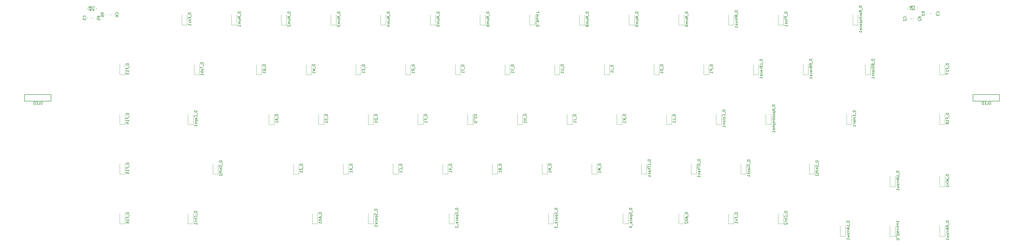
<source format=gbr>
%TF.GenerationSoftware,KiCad,Pcbnew,(5.1.9)-1*%
%TF.CreationDate,2021-03-13T21:00:17-08:00*%
%TF.ProjectId,USKB Final,55534b42-2046-4696-9e61-6c2e6b696361,rev?*%
%TF.SameCoordinates,Original*%
%TF.FileFunction,Legend,Bot*%
%TF.FilePolarity,Positive*%
%FSLAX46Y46*%
G04 Gerber Fmt 4.6, Leading zero omitted, Abs format (unit mm)*
G04 Created by KiCad (PCBNEW (5.1.9)-1) date 2021-03-13 21:00:17*
%MOMM*%
%LPD*%
G01*
G04 APERTURE LIST*
%ADD10C,0.120000*%
%ADD11C,0.150000*%
G04 APERTURE END LIST*
D10*
%TO.C,R6*%
X53621000Y-34570936D02*
X53621000Y-35025064D01*
X55091000Y-34570936D02*
X55091000Y-35025064D01*
%TO.C,R5*%
X50386920Y-36289984D02*
X50386920Y-35835856D01*
X48916920Y-36289984D02*
X48916920Y-35835856D01*
%TO.C,R4*%
X48916920Y-32259536D02*
X48916920Y-32713664D01*
X50386920Y-32259536D02*
X50386920Y-32713664D01*
%TO.C,R3*%
X368327000Y-34086436D02*
X368327000Y-34540564D01*
X369797000Y-34086436D02*
X369797000Y-34540564D01*
%TO.C,R2*%
X365098000Y-36549064D02*
X365098000Y-36094936D01*
X363628000Y-36549064D02*
X363628000Y-36094936D01*
%TO.C,R1*%
X363628000Y-32030936D02*
X363628000Y-32485064D01*
X365098000Y-32030936D02*
X365098000Y-32485064D01*
D11*
%TO.C,OL1*%
X396557500Y-67945000D02*
X386397500Y-67945000D01*
X386397500Y-67945000D02*
X386397500Y-65405000D01*
X386397500Y-65405000D02*
X396557500Y-65405000D01*
X396557500Y-65405000D02*
X396557500Y-67945000D01*
%TO.C,L_OL1*%
X33020000Y-67945000D02*
X22860000Y-67945000D01*
X22860000Y-67945000D02*
X22860000Y-65405000D01*
X22860000Y-65405000D02*
X33020000Y-65405000D01*
X33020000Y-65405000D02*
X33020000Y-67945000D01*
D10*
%TO.C,D_Z1*%
X128000000Y-95912500D02*
X126000000Y-95912500D01*
X126000000Y-95912500D02*
X126000000Y-92012500D01*
X128000000Y-95912500D02*
X128000000Y-92012500D01*
%TO.C,D_Y1*%
X208962500Y-57812500D02*
X206962500Y-57812500D01*
X206962500Y-57812500D02*
X206962500Y-53912500D01*
X208962500Y-57812500D02*
X208962500Y-53912500D01*
%TO.C,D_X1*%
X147050000Y-95912500D02*
X145050000Y-95912500D01*
X145050000Y-95912500D02*
X145050000Y-92012500D01*
X147050000Y-95912500D02*
X147050000Y-92012500D01*
%TO.C,D_Win1*%
X375650000Y-100675000D02*
X373650000Y-100675000D01*
X373650000Y-100675000D02*
X373650000Y-96775000D01*
X375650000Y-100675000D02*
X375650000Y-96775000D01*
%TO.C,D_W1*%
X132762500Y-57812500D02*
X130762500Y-57812500D01*
X130762500Y-57812500D02*
X130762500Y-53912500D01*
X132762500Y-57812500D02*
X132762500Y-53912500D01*
%TO.C,D_V1*%
X185150000Y-95912500D02*
X183150000Y-95912500D01*
X183150000Y-95912500D02*
X183150000Y-92012500D01*
X185150000Y-95912500D02*
X185150000Y-92012500D01*
%TO.C,D_UArrow1*%
X356600000Y-100675000D02*
X354600000Y-100675000D01*
X354600000Y-100675000D02*
X354600000Y-96775000D01*
X356600000Y-100675000D02*
X356600000Y-96775000D01*
%TO.C,D_U1*%
X228012500Y-57812500D02*
X226012500Y-57812500D01*
X226012500Y-57812500D02*
X226012500Y-53912500D01*
X228012500Y-57812500D02*
X228012500Y-53912500D01*
%TO.C,D_Tab1*%
X89900000Y-57812500D02*
X87900000Y-57812500D01*
X87900000Y-57812500D02*
X87900000Y-53912500D01*
X89900000Y-57812500D02*
X89900000Y-53912500D01*
%TO.C,D_T1*%
X189912500Y-57812500D02*
X187912500Y-57812500D01*
X187912500Y-57812500D02*
X187912500Y-53912500D01*
X189912500Y-57812500D02*
X189912500Y-53912500D01*
%TO.C,D_Space_4*%
X254206250Y-114962500D02*
X252206250Y-114962500D01*
X252206250Y-114962500D02*
X252206250Y-111062500D01*
X254206250Y-114962500D02*
X254206250Y-111062500D01*
%TO.C,D_Space_3*%
X225631250Y-114962500D02*
X223631250Y-114962500D01*
X223631250Y-114962500D02*
X223631250Y-111062500D01*
X225631250Y-114962500D02*
X225631250Y-111062500D01*
%TO.C,D_Space_2*%
X187531250Y-114962500D02*
X185531250Y-114962500D01*
X185531250Y-114962500D02*
X185531250Y-111062500D01*
X187531250Y-114962500D02*
X187531250Y-111062500D01*
%TO.C,D_Space1*%
X156575000Y-114962500D02*
X154575000Y-114962500D01*
X154575000Y-114962500D02*
X154575000Y-111062500D01*
X156575000Y-114962500D02*
X156575000Y-111062500D01*
%TO.C,D_Slash1*%
X299450000Y-95912500D02*
X297450000Y-95912500D01*
X297450000Y-95912500D02*
X297450000Y-92012500D01*
X299450000Y-95912500D02*
X299450000Y-92012500D01*
%TO.C,D_Shift2*%
X325643750Y-95912500D02*
X323643750Y-95912500D01*
X323643750Y-95912500D02*
X323643750Y-92012500D01*
X325643750Y-95912500D02*
X325643750Y-92012500D01*
%TO.C,D_Shift1*%
X97043750Y-95912500D02*
X95043750Y-95912500D01*
X95043750Y-95912500D02*
X95043750Y-92012500D01*
X97043750Y-95912500D02*
X97043750Y-92012500D01*
%TO.C,D_S1*%
X137525000Y-76862500D02*
X135525000Y-76862500D01*
X135525000Y-76862500D02*
X135525000Y-72962500D01*
X137525000Y-76862500D02*
X137525000Y-72962500D01*
%TO.C,D_RThan1*%
X280400000Y-95912500D02*
X278400000Y-95912500D01*
X278400000Y-95912500D02*
X278400000Y-92012500D01*
X280400000Y-95912500D02*
X280400000Y-92012500D01*
%TO.C,D_RBrace1*%
X323262500Y-57812500D02*
X321262500Y-57812500D01*
X321262500Y-57812500D02*
X321262500Y-53912500D01*
X323262500Y-57812500D02*
X323262500Y-53912500D01*
%TO.C,D_RArrow1*%
X375650000Y-119725000D02*
X373650000Y-119725000D01*
X373650000Y-119725000D02*
X373650000Y-115825000D01*
X375650000Y-119725000D02*
X375650000Y-115825000D01*
%TO.C,D_R1*%
X170862500Y-57812500D02*
X168862500Y-57812500D01*
X168862500Y-57812500D02*
X168862500Y-53912500D01*
X170862500Y-57812500D02*
X170862500Y-53912500D01*
%TO.C,D_Q1*%
X113712500Y-57812500D02*
X111712500Y-57812500D01*
X111712500Y-57812500D02*
X111712500Y-53912500D01*
X113712500Y-57812500D02*
X113712500Y-53912500D01*
%TO.C,D_Plus1*%
X313737500Y-38762500D02*
X311737500Y-38762500D01*
X311737500Y-38762500D02*
X311737500Y-34862500D01*
X313737500Y-38762500D02*
X313737500Y-34862500D01*
%TO.C,D_P1*%
X285162500Y-57812500D02*
X283162500Y-57812500D01*
X283162500Y-57812500D02*
X283162500Y-53912500D01*
X285162500Y-57812500D02*
X285162500Y-53912500D01*
%TO.C,D_O1*%
X266112500Y-57812500D02*
X264112500Y-57812500D01*
X264112500Y-57812500D02*
X264112500Y-53912500D01*
X266112500Y-57812500D02*
X266112500Y-53912500D01*
%TO.C,D_Num9*%
X256587500Y-38762500D02*
X254587500Y-38762500D01*
X254587500Y-38762500D02*
X254587500Y-34862500D01*
X256587500Y-38762500D02*
X256587500Y-34862500D01*
%TO.C,D_Num8*%
X237537500Y-38762500D02*
X235537500Y-38762500D01*
X235537500Y-38762500D02*
X235537500Y-34862500D01*
X237537500Y-38762500D02*
X237537500Y-34862500D01*
%TO.C,D_Num7*%
X218487500Y-38762500D02*
X216487500Y-38762500D01*
X216487500Y-38762500D02*
X216487500Y-34862500D01*
X218487500Y-38762500D02*
X218487500Y-34862500D01*
%TO.C,D_Num6*%
X199437500Y-38762500D02*
X197437500Y-38762500D01*
X197437500Y-38762500D02*
X197437500Y-34862500D01*
X199437500Y-38762500D02*
X199437500Y-34862500D01*
%TO.C,D_Num5*%
X180387500Y-38762500D02*
X178387500Y-38762500D01*
X178387500Y-38762500D02*
X178387500Y-34862500D01*
X180387500Y-38762500D02*
X180387500Y-34862500D01*
%TO.C,D_Num4*%
X161337500Y-38762500D02*
X159337500Y-38762500D01*
X159337500Y-38762500D02*
X159337500Y-34862500D01*
X161337500Y-38762500D02*
X161337500Y-34862500D01*
%TO.C,D_Num3*%
X142287500Y-38762500D02*
X140287500Y-38762500D01*
X140287500Y-38762500D02*
X140287500Y-34862500D01*
X142287500Y-38762500D02*
X142287500Y-34862500D01*
%TO.C,D_Num2*%
X123237500Y-38762500D02*
X121237500Y-38762500D01*
X121237500Y-38762500D02*
X121237500Y-34862500D01*
X123237500Y-38762500D02*
X123237500Y-34862500D01*
%TO.C,D_Num1*%
X104187500Y-38762500D02*
X102187500Y-38762500D01*
X102187500Y-38762500D02*
X102187500Y-34862500D01*
X104187500Y-38762500D02*
X104187500Y-34862500D01*
%TO.C,D_Num0*%
X275637500Y-38762500D02*
X273637500Y-38762500D01*
X273637500Y-38762500D02*
X273637500Y-34862500D01*
X275637500Y-38762500D02*
X275637500Y-34862500D01*
%TO.C,D_N1*%
X223250000Y-95912500D02*
X221250000Y-95912500D01*
X221250000Y-95912500D02*
X221250000Y-92012500D01*
X223250000Y-95912500D02*
X223250000Y-92012500D01*
%TO.C,D_Minus1*%
X294687500Y-38762500D02*
X292687500Y-38762500D01*
X292687500Y-38762500D02*
X292687500Y-34862500D01*
X294687500Y-38762500D02*
X294687500Y-34862500D01*
%TO.C,D_M1*%
X242300000Y-95912500D02*
X240300000Y-95912500D01*
X240300000Y-95912500D02*
X240300000Y-92012500D01*
X242300000Y-95912500D02*
X242300000Y-92012500D01*
%TO.C,D_LThan1*%
X261350000Y-95912500D02*
X259350000Y-95912500D01*
X259350000Y-95912500D02*
X259350000Y-92012500D01*
X261350000Y-95912500D02*
X261350000Y-92012500D01*
%TO.C,D_LBrace1*%
X304212500Y-57812500D02*
X302212500Y-57812500D01*
X302212500Y-57812500D02*
X302212500Y-53912500D01*
X304212500Y-57812500D02*
X304212500Y-53912500D01*
%TO.C,D_LArrow1*%
X337550000Y-119725000D02*
X335550000Y-119725000D01*
X335550000Y-119725000D02*
X335550000Y-115825000D01*
X337550000Y-119725000D02*
X337550000Y-115825000D01*
%TO.C,D_L1*%
X270875000Y-76862500D02*
X268875000Y-76862500D01*
X268875000Y-76862500D02*
X268875000Y-72962500D01*
X270875000Y-76862500D02*
X270875000Y-72962500D01*
%TO.C,D_K1*%
X251825000Y-76862500D02*
X249825000Y-76862500D01*
X249825000Y-76862500D02*
X249825000Y-72962500D01*
X251825000Y-76862500D02*
X251825000Y-72962500D01*
%TO.C,D_J1*%
X232775000Y-76862500D02*
X230775000Y-76862500D01*
X230775000Y-76862500D02*
X230775000Y-72962500D01*
X232775000Y-76862500D02*
X232775000Y-72962500D01*
%TO.C,D_I1*%
X247062500Y-57812500D02*
X245062500Y-57812500D01*
X245062500Y-57812500D02*
X245062500Y-53912500D01*
X247062500Y-57812500D02*
X247062500Y-53912500D01*
%TO.C,D_H1*%
X213725000Y-76862500D02*
X211725000Y-76862500D01*
X211725000Y-76862500D02*
X211725000Y-72962500D01*
X213725000Y-76862500D02*
X213725000Y-72962500D01*
%TO.C,D_G1*%
X194675000Y-76862500D02*
X192675000Y-76862500D01*
X192675000Y-76862500D02*
X192675000Y-72962500D01*
X194675000Y-76862500D02*
X194675000Y-72962500D01*
%TO.C,D_Fn1*%
X294687500Y-114962500D02*
X292687500Y-114962500D01*
X292687500Y-114962500D02*
X292687500Y-111062500D01*
X294687500Y-114962500D02*
X294687500Y-111062500D01*
%TO.C,D_F18*%
X375650000Y-76862500D02*
X373650000Y-76862500D01*
X373650000Y-76862500D02*
X373650000Y-72962500D01*
X375650000Y-76862500D02*
X375650000Y-72962500D01*
%TO.C,D_F17*%
X375650000Y-57812500D02*
X373650000Y-57812500D01*
X373650000Y-57812500D02*
X373650000Y-53912500D01*
X375650000Y-57812500D02*
X375650000Y-53912500D01*
%TO.C,D_F16*%
X61325000Y-114962500D02*
X59325000Y-114962500D01*
X59325000Y-114962500D02*
X59325000Y-111062500D01*
X61325000Y-114962500D02*
X61325000Y-111062500D01*
%TO.C,D_F15*%
X61325000Y-95912500D02*
X59325000Y-95912500D01*
X59325000Y-95912500D02*
X59325000Y-92012500D01*
X61325000Y-95912500D02*
X61325000Y-92012500D01*
%TO.C,D_F14*%
X61325000Y-76862500D02*
X59325000Y-76862500D01*
X59325000Y-76862500D02*
X59325000Y-72962500D01*
X61325000Y-76862500D02*
X61325000Y-72962500D01*
%TO.C,D_F13*%
X61325000Y-57812500D02*
X59325000Y-57812500D01*
X59325000Y-57812500D02*
X59325000Y-53912500D01*
X61325000Y-57812500D02*
X61325000Y-53912500D01*
%TO.C,D_F1*%
X175625000Y-76862500D02*
X173625000Y-76862500D01*
X173625000Y-76862500D02*
X173625000Y-72962500D01*
X175625000Y-76862500D02*
X175625000Y-72962500D01*
%TO.C,D_Esc1*%
X85137500Y-38762500D02*
X83137500Y-38762500D01*
X83137500Y-38762500D02*
X83137500Y-34862500D01*
X85137500Y-38762500D02*
X85137500Y-34862500D01*
%TO.C,D_Enter1*%
X339931250Y-76862500D02*
X337931250Y-76862500D01*
X337931250Y-76862500D02*
X337931250Y-72962500D01*
X339931250Y-76862500D02*
X339931250Y-72962500D01*
%TO.C,D_E1*%
X151812500Y-57812500D02*
X149812500Y-57812500D01*
X149812500Y-57812500D02*
X149812500Y-53912500D01*
X151812500Y-57812500D02*
X151812500Y-53912500D01*
%TO.C,D_DArrow1*%
X356600000Y-119725000D02*
X354600000Y-119725000D01*
X354600000Y-119725000D02*
X354600000Y-115825000D01*
X356600000Y-119725000D02*
X356600000Y-115825000D01*
%TO.C,D_D1*%
X156575000Y-76862500D02*
X154575000Y-76862500D01*
X154575000Y-76862500D02*
X154575000Y-72962500D01*
X156575000Y-76862500D02*
X156575000Y-72962500D01*
%TO.C,D_Ctrl2*%
X313737500Y-114962500D02*
X311737500Y-114962500D01*
X311737500Y-114962500D02*
X311737500Y-111062500D01*
X313737500Y-114962500D02*
X313737500Y-111062500D01*
%TO.C,D_Ctrl1*%
X87518750Y-114962500D02*
X85518750Y-114962500D01*
X85518750Y-114962500D02*
X85518750Y-111062500D01*
X87518750Y-114962500D02*
X87518750Y-111062500D01*
%TO.C,D_Colon1*%
X289925000Y-76862500D02*
X287925000Y-76862500D01*
X287925000Y-76862500D02*
X287925000Y-72962500D01*
X289925000Y-76862500D02*
X289925000Y-72962500D01*
%TO.C,D_Caps1*%
X87518750Y-76862500D02*
X85518750Y-76862500D01*
X85518750Y-76862500D02*
X85518750Y-72962500D01*
X87518750Y-76862500D02*
X87518750Y-72962500D01*
%TO.C,D_C1*%
X166100000Y-95912500D02*
X164100000Y-95912500D01*
X164100000Y-95912500D02*
X164100000Y-92012500D01*
X166100000Y-95912500D02*
X166100000Y-92012500D01*
%TO.C,D_BSlash1*%
X347075000Y-57812500D02*
X345075000Y-57812500D01*
X345075000Y-57812500D02*
X345075000Y-53912500D01*
X347075000Y-57812500D02*
X347075000Y-53912500D01*
%TO.C,D_Backspace1*%
X342312500Y-38762500D02*
X340312500Y-38762500D01*
X340312500Y-38762500D02*
X340312500Y-34862500D01*
X342312500Y-38762500D02*
X342312500Y-34862500D01*
%TO.C,D_B1*%
X204200000Y-95912500D02*
X202200000Y-95912500D01*
X202200000Y-95912500D02*
X202200000Y-92012500D01*
X204200000Y-95912500D02*
X204200000Y-92012500D01*
%TO.C,D_Apostrophe1*%
X308975000Y-76862500D02*
X306975000Y-76862500D01*
X306975000Y-76862500D02*
X306975000Y-72962500D01*
X308975000Y-76862500D02*
X308975000Y-72962500D01*
%TO.C,D_Alt2*%
X275637500Y-114962500D02*
X273637500Y-114962500D01*
X273637500Y-114962500D02*
X273637500Y-111062500D01*
X275637500Y-114962500D02*
X275637500Y-111062500D01*
%TO.C,D_Alt1*%
X135143750Y-114962500D02*
X133143750Y-114962500D01*
X133143750Y-114962500D02*
X133143750Y-111062500D01*
X135143750Y-114962500D02*
X135143750Y-111062500D01*
%TO.C,D_A1*%
X118475000Y-76862500D02*
X116475000Y-76862500D01*
X116475000Y-76862500D02*
X116475000Y-72962500D01*
X118475000Y-76862500D02*
X118475000Y-72962500D01*
%TO.C,C6*%
X57377000Y-35059252D02*
X57377000Y-34536748D01*
X55907000Y-35059252D02*
X55907000Y-34536748D01*
%TO.C,C5*%
X46768080Y-35781348D02*
X46768080Y-36303852D01*
X48238080Y-35781348D02*
X48238080Y-36303852D01*
%TO.C,C4*%
X48238080Y-32727532D02*
X48238080Y-32205028D01*
X46768080Y-32727532D02*
X46768080Y-32205028D01*
%TO.C,C3*%
X372083000Y-34617252D02*
X372083000Y-34094748D01*
X370613000Y-34617252D02*
X370613000Y-34094748D01*
%TO.C,C2*%
X361215000Y-36060748D02*
X361215000Y-36583252D01*
X362685000Y-36060748D02*
X362685000Y-36583252D01*
%TO.C,C1*%
X362685000Y-32519252D02*
X362685000Y-31996748D01*
X361215000Y-32519252D02*
X361215000Y-31996748D01*
%TO.C,R6*%
D11*
X53158380Y-34631333D02*
X52682190Y-34298000D01*
X53158380Y-34059904D02*
X52158380Y-34059904D01*
X52158380Y-34440857D01*
X52206000Y-34536095D01*
X52253619Y-34583714D01*
X52348857Y-34631333D01*
X52491714Y-34631333D01*
X52586952Y-34583714D01*
X52634571Y-34536095D01*
X52682190Y-34440857D01*
X52682190Y-34059904D01*
X52158380Y-35488476D02*
X52158380Y-35298000D01*
X52206000Y-35202761D01*
X52253619Y-35155142D01*
X52396476Y-35059904D01*
X52586952Y-35012285D01*
X52967904Y-35012285D01*
X53063142Y-35059904D01*
X53110761Y-35107523D01*
X53158380Y-35202761D01*
X53158380Y-35393238D01*
X53110761Y-35488476D01*
X53063142Y-35536095D01*
X52967904Y-35583714D01*
X52729809Y-35583714D01*
X52634571Y-35536095D01*
X52586952Y-35488476D01*
X52539333Y-35393238D01*
X52539333Y-35202761D01*
X52586952Y-35107523D01*
X52634571Y-35059904D01*
X52729809Y-35012285D01*
%TO.C,R5*%
X51754300Y-35896253D02*
X51278110Y-35562920D01*
X51754300Y-35324824D02*
X50754300Y-35324824D01*
X50754300Y-35705777D01*
X50801920Y-35801015D01*
X50849539Y-35848634D01*
X50944777Y-35896253D01*
X51087634Y-35896253D01*
X51182872Y-35848634D01*
X51230491Y-35801015D01*
X51278110Y-35705777D01*
X51278110Y-35324824D01*
X50754300Y-36801015D02*
X50754300Y-36324824D01*
X51230491Y-36277205D01*
X51182872Y-36324824D01*
X51135253Y-36420062D01*
X51135253Y-36658158D01*
X51182872Y-36753396D01*
X51230491Y-36801015D01*
X51325729Y-36848634D01*
X51563824Y-36848634D01*
X51659062Y-36801015D01*
X51706681Y-36753396D01*
X51754300Y-36658158D01*
X51754300Y-36420062D01*
X51706681Y-36324824D01*
X51659062Y-36277205D01*
%TO.C,R4*%
X48454300Y-32319933D02*
X47978110Y-31986600D01*
X48454300Y-31748504D02*
X47454300Y-31748504D01*
X47454300Y-32129457D01*
X47501920Y-32224695D01*
X47549539Y-32272314D01*
X47644777Y-32319933D01*
X47787634Y-32319933D01*
X47882872Y-32272314D01*
X47930491Y-32224695D01*
X47978110Y-32129457D01*
X47978110Y-31748504D01*
X47787634Y-33177076D02*
X48454300Y-33177076D01*
X47406681Y-32938980D02*
X48120967Y-32700885D01*
X48120967Y-33319933D01*
%TO.C,R3*%
X367864380Y-34146833D02*
X367388190Y-33813500D01*
X367864380Y-33575404D02*
X366864380Y-33575404D01*
X366864380Y-33956357D01*
X366912000Y-34051595D01*
X366959619Y-34099214D01*
X367054857Y-34146833D01*
X367197714Y-34146833D01*
X367292952Y-34099214D01*
X367340571Y-34051595D01*
X367388190Y-33956357D01*
X367388190Y-33575404D01*
X366864380Y-34480166D02*
X366864380Y-35099214D01*
X367245333Y-34765880D01*
X367245333Y-34908738D01*
X367292952Y-35003976D01*
X367340571Y-35051595D01*
X367435809Y-35099214D01*
X367673904Y-35099214D01*
X367769142Y-35051595D01*
X367816761Y-35003976D01*
X367864380Y-34908738D01*
X367864380Y-34623023D01*
X367816761Y-34527785D01*
X367769142Y-34480166D01*
%TO.C,R2*%
X366465380Y-36155333D02*
X365989190Y-35822000D01*
X366465380Y-35583904D02*
X365465380Y-35583904D01*
X365465380Y-35964857D01*
X365513000Y-36060095D01*
X365560619Y-36107714D01*
X365655857Y-36155333D01*
X365798714Y-36155333D01*
X365893952Y-36107714D01*
X365941571Y-36060095D01*
X365989190Y-35964857D01*
X365989190Y-35583904D01*
X365560619Y-36536285D02*
X365513000Y-36583904D01*
X365465380Y-36679142D01*
X365465380Y-36917238D01*
X365513000Y-37012476D01*
X365560619Y-37060095D01*
X365655857Y-37107714D01*
X365751095Y-37107714D01*
X365893952Y-37060095D01*
X366465380Y-36488666D01*
X366465380Y-37107714D01*
%TO.C,R1*%
X363165380Y-32091333D02*
X362689190Y-31758000D01*
X363165380Y-31519904D02*
X362165380Y-31519904D01*
X362165380Y-31900857D01*
X362213000Y-31996095D01*
X362260619Y-32043714D01*
X362355857Y-32091333D01*
X362498714Y-32091333D01*
X362593952Y-32043714D01*
X362641571Y-31996095D01*
X362689190Y-31900857D01*
X362689190Y-31519904D01*
X363165380Y-33043714D02*
X363165380Y-32472285D01*
X363165380Y-32758000D02*
X362165380Y-32758000D01*
X362308238Y-32662761D01*
X362403476Y-32567523D01*
X362451095Y-32472285D01*
%TO.C,OL1*%
X392989880Y-68227380D02*
X392799404Y-68227380D01*
X392704166Y-68275000D01*
X392608928Y-68370238D01*
X392561309Y-68560714D01*
X392561309Y-68894047D01*
X392608928Y-69084523D01*
X392704166Y-69179761D01*
X392799404Y-69227380D01*
X392989880Y-69227380D01*
X393085119Y-69179761D01*
X393180357Y-69084523D01*
X393227976Y-68894047D01*
X393227976Y-68560714D01*
X393180357Y-68370238D01*
X393085119Y-68275000D01*
X392989880Y-68227380D01*
X391656547Y-69227380D02*
X392132738Y-69227380D01*
X392132738Y-68227380D01*
X391323214Y-68703571D02*
X390989880Y-68703571D01*
X390847023Y-69227380D02*
X391323214Y-69227380D01*
X391323214Y-68227380D01*
X390847023Y-68227380D01*
X390418452Y-69227380D02*
X390418452Y-68227380D01*
X390180357Y-68227380D01*
X390037500Y-68275000D01*
X389942261Y-68370238D01*
X389894642Y-68465476D01*
X389847023Y-68655952D01*
X389847023Y-68798809D01*
X389894642Y-68989285D01*
X389942261Y-69084523D01*
X390037500Y-69179761D01*
X390180357Y-69227380D01*
X390418452Y-69227380D01*
%TO.C,L_OL1*%
X29452380Y-68227380D02*
X29261904Y-68227380D01*
X29166666Y-68275000D01*
X29071428Y-68370238D01*
X29023809Y-68560714D01*
X29023809Y-68894047D01*
X29071428Y-69084523D01*
X29166666Y-69179761D01*
X29261904Y-69227380D01*
X29452380Y-69227380D01*
X29547619Y-69179761D01*
X29642857Y-69084523D01*
X29690476Y-68894047D01*
X29690476Y-68560714D01*
X29642857Y-68370238D01*
X29547619Y-68275000D01*
X29452380Y-68227380D01*
X28119047Y-69227380D02*
X28595238Y-69227380D01*
X28595238Y-68227380D01*
X27785714Y-68703571D02*
X27452380Y-68703571D01*
X27309523Y-69227380D02*
X27785714Y-69227380D01*
X27785714Y-68227380D01*
X27309523Y-68227380D01*
X26880952Y-69227380D02*
X26880952Y-68227380D01*
X26642857Y-68227380D01*
X26500000Y-68275000D01*
X26404761Y-68370238D01*
X26357142Y-68465476D01*
X26309523Y-68655952D01*
X26309523Y-68798809D01*
X26357142Y-68989285D01*
X26404761Y-69084523D01*
X26500000Y-69179761D01*
X26642857Y-69227380D01*
X26880952Y-69227380D01*
%TO.C,D_Z1*%
X129452380Y-92067261D02*
X128452380Y-92067261D01*
X128452380Y-92305357D01*
X128500000Y-92448214D01*
X128595238Y-92543452D01*
X128690476Y-92591071D01*
X128880952Y-92638690D01*
X129023809Y-92638690D01*
X129214285Y-92591071D01*
X129309523Y-92543452D01*
X129404761Y-92448214D01*
X129452380Y-92305357D01*
X129452380Y-92067261D01*
X129547619Y-92829166D02*
X129547619Y-93591071D01*
X128452380Y-93733928D02*
X128452380Y-94400595D01*
X129452380Y-93733928D01*
X129452380Y-94400595D01*
X129452380Y-95305357D02*
X129452380Y-94733928D01*
X129452380Y-95019642D02*
X128452380Y-95019642D01*
X128595238Y-94924404D01*
X128690476Y-94829166D01*
X128738095Y-94733928D01*
%TO.C,D_Y1*%
X210414880Y-54014880D02*
X209414880Y-54014880D01*
X209414880Y-54252976D01*
X209462500Y-54395833D01*
X209557738Y-54491071D01*
X209652976Y-54538690D01*
X209843452Y-54586309D01*
X209986309Y-54586309D01*
X210176785Y-54538690D01*
X210272023Y-54491071D01*
X210367261Y-54395833D01*
X210414880Y-54252976D01*
X210414880Y-54014880D01*
X210510119Y-54776785D02*
X210510119Y-55538690D01*
X209938690Y-55967261D02*
X210414880Y-55967261D01*
X209414880Y-55633928D02*
X209938690Y-55967261D01*
X209414880Y-56300595D01*
X210414880Y-57157738D02*
X210414880Y-56586309D01*
X210414880Y-56872023D02*
X209414880Y-56872023D01*
X209557738Y-56776785D01*
X209652976Y-56681547D01*
X209700595Y-56586309D01*
%TO.C,D_X1*%
X148502380Y-92067261D02*
X147502380Y-92067261D01*
X147502380Y-92305357D01*
X147550000Y-92448214D01*
X147645238Y-92543452D01*
X147740476Y-92591071D01*
X147930952Y-92638690D01*
X148073809Y-92638690D01*
X148264285Y-92591071D01*
X148359523Y-92543452D01*
X148454761Y-92448214D01*
X148502380Y-92305357D01*
X148502380Y-92067261D01*
X148597619Y-92829166D02*
X148597619Y-93591071D01*
X147502380Y-93733928D02*
X148502380Y-94400595D01*
X147502380Y-94400595D02*
X148502380Y-93733928D01*
X148502380Y-95305357D02*
X148502380Y-94733928D01*
X148502380Y-95019642D02*
X147502380Y-95019642D01*
X147645238Y-94924404D01*
X147740476Y-94829166D01*
X147788095Y-94733928D01*
%TO.C,D_Win1*%
X377102380Y-96044047D02*
X376102380Y-96044047D01*
X376102380Y-96282142D01*
X376150000Y-96425000D01*
X376245238Y-96520238D01*
X376340476Y-96567857D01*
X376530952Y-96615476D01*
X376673809Y-96615476D01*
X376864285Y-96567857D01*
X376959523Y-96520238D01*
X377054761Y-96425000D01*
X377102380Y-96282142D01*
X377102380Y-96044047D01*
X377197619Y-96805952D02*
X377197619Y-97567857D01*
X376102380Y-97710714D02*
X377102380Y-97948809D01*
X376388095Y-98139285D01*
X377102380Y-98329761D01*
X376102380Y-98567857D01*
X377102380Y-98948809D02*
X376435714Y-98948809D01*
X376102380Y-98948809D02*
X376150000Y-98901190D01*
X376197619Y-98948809D01*
X376150000Y-98996428D01*
X376102380Y-98948809D01*
X376197619Y-98948809D01*
X376435714Y-99425000D02*
X377102380Y-99425000D01*
X376530952Y-99425000D02*
X376483333Y-99472619D01*
X376435714Y-99567857D01*
X376435714Y-99710714D01*
X376483333Y-99805952D01*
X376578571Y-99853571D01*
X377102380Y-99853571D01*
X377102380Y-100853571D02*
X377102380Y-100282142D01*
X377102380Y-100567857D02*
X376102380Y-100567857D01*
X376245238Y-100472619D01*
X376340476Y-100377380D01*
X376388095Y-100282142D01*
%TO.C,D_W1*%
X134214880Y-53872023D02*
X133214880Y-53872023D01*
X133214880Y-54110119D01*
X133262500Y-54252976D01*
X133357738Y-54348214D01*
X133452976Y-54395833D01*
X133643452Y-54443452D01*
X133786309Y-54443452D01*
X133976785Y-54395833D01*
X134072023Y-54348214D01*
X134167261Y-54252976D01*
X134214880Y-54110119D01*
X134214880Y-53872023D01*
X134310119Y-54633928D02*
X134310119Y-55395833D01*
X133214880Y-55538690D02*
X134214880Y-55776785D01*
X133500595Y-55967261D01*
X134214880Y-56157738D01*
X133214880Y-56395833D01*
X134214880Y-57300595D02*
X134214880Y-56729166D01*
X134214880Y-57014880D02*
X133214880Y-57014880D01*
X133357738Y-56919642D01*
X133452976Y-56824404D01*
X133500595Y-56729166D01*
%TO.C,D_V1*%
X186602380Y-92114880D02*
X185602380Y-92114880D01*
X185602380Y-92352976D01*
X185650000Y-92495833D01*
X185745238Y-92591071D01*
X185840476Y-92638690D01*
X186030952Y-92686309D01*
X186173809Y-92686309D01*
X186364285Y-92638690D01*
X186459523Y-92591071D01*
X186554761Y-92495833D01*
X186602380Y-92352976D01*
X186602380Y-92114880D01*
X186697619Y-92876785D02*
X186697619Y-93638690D01*
X185602380Y-93733928D02*
X186602380Y-94067261D01*
X185602380Y-94400595D01*
X186602380Y-95257738D02*
X186602380Y-94686309D01*
X186602380Y-94972023D02*
X185602380Y-94972023D01*
X185745238Y-94876785D01*
X185840476Y-94781547D01*
X185888095Y-94686309D01*
%TO.C,D_UArrow1*%
X358052380Y-94758333D02*
X357052380Y-94758333D01*
X357052380Y-94996428D01*
X357100000Y-95139285D01*
X357195238Y-95234523D01*
X357290476Y-95282142D01*
X357480952Y-95329761D01*
X357623809Y-95329761D01*
X357814285Y-95282142D01*
X357909523Y-95234523D01*
X358004761Y-95139285D01*
X358052380Y-94996428D01*
X358052380Y-94758333D01*
X358147619Y-95520238D02*
X358147619Y-96282142D01*
X357052380Y-96520238D02*
X357861904Y-96520238D01*
X357957142Y-96567857D01*
X358004761Y-96615476D01*
X358052380Y-96710714D01*
X358052380Y-96901190D01*
X358004761Y-96996428D01*
X357957142Y-97044047D01*
X357861904Y-97091666D01*
X357052380Y-97091666D01*
X357766666Y-97520238D02*
X357766666Y-97996428D01*
X358052380Y-97425000D02*
X357052380Y-97758333D01*
X358052380Y-98091666D01*
X358052380Y-98425000D02*
X357385714Y-98425000D01*
X357576190Y-98425000D02*
X357480952Y-98472619D01*
X357433333Y-98520238D01*
X357385714Y-98615476D01*
X357385714Y-98710714D01*
X358052380Y-99044047D02*
X357385714Y-99044047D01*
X357576190Y-99044047D02*
X357480952Y-99091666D01*
X357433333Y-99139285D01*
X357385714Y-99234523D01*
X357385714Y-99329761D01*
X358052380Y-99805952D02*
X358004761Y-99710714D01*
X357957142Y-99663095D01*
X357861904Y-99615476D01*
X357576190Y-99615476D01*
X357480952Y-99663095D01*
X357433333Y-99710714D01*
X357385714Y-99805952D01*
X357385714Y-99948809D01*
X357433333Y-100044047D01*
X357480952Y-100091666D01*
X357576190Y-100139285D01*
X357861904Y-100139285D01*
X357957142Y-100091666D01*
X358004761Y-100044047D01*
X358052380Y-99948809D01*
X358052380Y-99805952D01*
X357385714Y-100472619D02*
X358052380Y-100663095D01*
X357576190Y-100853571D01*
X358052380Y-101044047D01*
X357385714Y-101234523D01*
X358052380Y-102139285D02*
X358052380Y-101567857D01*
X358052380Y-101853571D02*
X357052380Y-101853571D01*
X357195238Y-101758333D01*
X357290476Y-101663095D01*
X357338095Y-101567857D01*
%TO.C,D_U1*%
X229464880Y-53919642D02*
X228464880Y-53919642D01*
X228464880Y-54157738D01*
X228512500Y-54300595D01*
X228607738Y-54395833D01*
X228702976Y-54443452D01*
X228893452Y-54491071D01*
X229036309Y-54491071D01*
X229226785Y-54443452D01*
X229322023Y-54395833D01*
X229417261Y-54300595D01*
X229464880Y-54157738D01*
X229464880Y-53919642D01*
X229560119Y-54681547D02*
X229560119Y-55443452D01*
X228464880Y-55681547D02*
X229274404Y-55681547D01*
X229369642Y-55729166D01*
X229417261Y-55776785D01*
X229464880Y-55872023D01*
X229464880Y-56062500D01*
X229417261Y-56157738D01*
X229369642Y-56205357D01*
X229274404Y-56252976D01*
X228464880Y-56252976D01*
X229464880Y-57252976D02*
X229464880Y-56681547D01*
X229464880Y-56967261D02*
X228464880Y-56967261D01*
X228607738Y-56872023D01*
X228702976Y-56776785D01*
X228750595Y-56681547D01*
%TO.C,D_Tab1*%
X91352380Y-53157738D02*
X90352380Y-53157738D01*
X90352380Y-53395833D01*
X90400000Y-53538690D01*
X90495238Y-53633928D01*
X90590476Y-53681547D01*
X90780952Y-53729166D01*
X90923809Y-53729166D01*
X91114285Y-53681547D01*
X91209523Y-53633928D01*
X91304761Y-53538690D01*
X91352380Y-53395833D01*
X91352380Y-53157738D01*
X91447619Y-53919642D02*
X91447619Y-54681547D01*
X90352380Y-54776785D02*
X90352380Y-55348214D01*
X91352380Y-55062500D02*
X90352380Y-55062500D01*
X91352380Y-56110119D02*
X90828571Y-56110119D01*
X90733333Y-56062500D01*
X90685714Y-55967261D01*
X90685714Y-55776785D01*
X90733333Y-55681547D01*
X91304761Y-56110119D02*
X91352380Y-56014880D01*
X91352380Y-55776785D01*
X91304761Y-55681547D01*
X91209523Y-55633928D01*
X91114285Y-55633928D01*
X91019047Y-55681547D01*
X90971428Y-55776785D01*
X90971428Y-56014880D01*
X90923809Y-56110119D01*
X91352380Y-56586309D02*
X90352380Y-56586309D01*
X90733333Y-56586309D02*
X90685714Y-56681547D01*
X90685714Y-56872023D01*
X90733333Y-56967261D01*
X90780952Y-57014880D01*
X90876190Y-57062500D01*
X91161904Y-57062500D01*
X91257142Y-57014880D01*
X91304761Y-56967261D01*
X91352380Y-56872023D01*
X91352380Y-56681547D01*
X91304761Y-56586309D01*
X91352380Y-58014880D02*
X91352380Y-57443452D01*
X91352380Y-57729166D02*
X90352380Y-57729166D01*
X90495238Y-57633928D01*
X90590476Y-57538690D01*
X90638095Y-57443452D01*
%TO.C,D_T1*%
X191364880Y-54062500D02*
X190364880Y-54062500D01*
X190364880Y-54300595D01*
X190412500Y-54443452D01*
X190507738Y-54538690D01*
X190602976Y-54586309D01*
X190793452Y-54633928D01*
X190936309Y-54633928D01*
X191126785Y-54586309D01*
X191222023Y-54538690D01*
X191317261Y-54443452D01*
X191364880Y-54300595D01*
X191364880Y-54062500D01*
X191460119Y-54824404D02*
X191460119Y-55586309D01*
X190364880Y-55681547D02*
X190364880Y-56252976D01*
X191364880Y-55967261D02*
X190364880Y-55967261D01*
X191364880Y-57110119D02*
X191364880Y-56538690D01*
X191364880Y-56824404D02*
X190364880Y-56824404D01*
X190507738Y-56729166D01*
X190602976Y-56633928D01*
X190650595Y-56538690D01*
%TO.C,D_Space_4*%
X255658630Y-108974404D02*
X254658630Y-108974404D01*
X254658630Y-109212500D01*
X254706250Y-109355357D01*
X254801488Y-109450595D01*
X254896726Y-109498214D01*
X255087202Y-109545833D01*
X255230059Y-109545833D01*
X255420535Y-109498214D01*
X255515773Y-109450595D01*
X255611011Y-109355357D01*
X255658630Y-109212500D01*
X255658630Y-108974404D01*
X255753869Y-109736309D02*
X255753869Y-110498214D01*
X255611011Y-110688690D02*
X255658630Y-110831547D01*
X255658630Y-111069642D01*
X255611011Y-111164880D01*
X255563392Y-111212500D01*
X255468154Y-111260119D01*
X255372916Y-111260119D01*
X255277678Y-111212500D01*
X255230059Y-111164880D01*
X255182440Y-111069642D01*
X255134821Y-110879166D01*
X255087202Y-110783928D01*
X255039583Y-110736309D01*
X254944345Y-110688690D01*
X254849107Y-110688690D01*
X254753869Y-110736309D01*
X254706250Y-110783928D01*
X254658630Y-110879166D01*
X254658630Y-111117261D01*
X254706250Y-111260119D01*
X254991964Y-111688690D02*
X255991964Y-111688690D01*
X255039583Y-111688690D02*
X254991964Y-111783928D01*
X254991964Y-111974404D01*
X255039583Y-112069642D01*
X255087202Y-112117261D01*
X255182440Y-112164880D01*
X255468154Y-112164880D01*
X255563392Y-112117261D01*
X255611011Y-112069642D01*
X255658630Y-111974404D01*
X255658630Y-111783928D01*
X255611011Y-111688690D01*
X255658630Y-113022023D02*
X255134821Y-113022023D01*
X255039583Y-112974404D01*
X254991964Y-112879166D01*
X254991964Y-112688690D01*
X255039583Y-112593452D01*
X255611011Y-113022023D02*
X255658630Y-112926785D01*
X255658630Y-112688690D01*
X255611011Y-112593452D01*
X255515773Y-112545833D01*
X255420535Y-112545833D01*
X255325297Y-112593452D01*
X255277678Y-112688690D01*
X255277678Y-112926785D01*
X255230059Y-113022023D01*
X255611011Y-113926785D02*
X255658630Y-113831547D01*
X255658630Y-113641071D01*
X255611011Y-113545833D01*
X255563392Y-113498214D01*
X255468154Y-113450595D01*
X255182440Y-113450595D01*
X255087202Y-113498214D01*
X255039583Y-113545833D01*
X254991964Y-113641071D01*
X254991964Y-113831547D01*
X255039583Y-113926785D01*
X255611011Y-114736309D02*
X255658630Y-114641071D01*
X255658630Y-114450595D01*
X255611011Y-114355357D01*
X255515773Y-114307738D01*
X255134821Y-114307738D01*
X255039583Y-114355357D01*
X254991964Y-114450595D01*
X254991964Y-114641071D01*
X255039583Y-114736309D01*
X255134821Y-114783928D01*
X255230059Y-114783928D01*
X255325297Y-114307738D01*
X255753869Y-114974404D02*
X255753869Y-115736309D01*
X254991964Y-116402976D02*
X255658630Y-116402976D01*
X254611011Y-116164880D02*
X255325297Y-115926785D01*
X255325297Y-116545833D01*
%TO.C,D_Space_3*%
X227083630Y-108974404D02*
X226083630Y-108974404D01*
X226083630Y-109212500D01*
X226131250Y-109355357D01*
X226226488Y-109450595D01*
X226321726Y-109498214D01*
X226512202Y-109545833D01*
X226655059Y-109545833D01*
X226845535Y-109498214D01*
X226940773Y-109450595D01*
X227036011Y-109355357D01*
X227083630Y-109212500D01*
X227083630Y-108974404D01*
X227178869Y-109736309D02*
X227178869Y-110498214D01*
X227036011Y-110688690D02*
X227083630Y-110831547D01*
X227083630Y-111069642D01*
X227036011Y-111164880D01*
X226988392Y-111212500D01*
X226893154Y-111260119D01*
X226797916Y-111260119D01*
X226702678Y-111212500D01*
X226655059Y-111164880D01*
X226607440Y-111069642D01*
X226559821Y-110879166D01*
X226512202Y-110783928D01*
X226464583Y-110736309D01*
X226369345Y-110688690D01*
X226274107Y-110688690D01*
X226178869Y-110736309D01*
X226131250Y-110783928D01*
X226083630Y-110879166D01*
X226083630Y-111117261D01*
X226131250Y-111260119D01*
X226416964Y-111688690D02*
X227416964Y-111688690D01*
X226464583Y-111688690D02*
X226416964Y-111783928D01*
X226416964Y-111974404D01*
X226464583Y-112069642D01*
X226512202Y-112117261D01*
X226607440Y-112164880D01*
X226893154Y-112164880D01*
X226988392Y-112117261D01*
X227036011Y-112069642D01*
X227083630Y-111974404D01*
X227083630Y-111783928D01*
X227036011Y-111688690D01*
X227083630Y-113022023D02*
X226559821Y-113022023D01*
X226464583Y-112974404D01*
X226416964Y-112879166D01*
X226416964Y-112688690D01*
X226464583Y-112593452D01*
X227036011Y-113022023D02*
X227083630Y-112926785D01*
X227083630Y-112688690D01*
X227036011Y-112593452D01*
X226940773Y-112545833D01*
X226845535Y-112545833D01*
X226750297Y-112593452D01*
X226702678Y-112688690D01*
X226702678Y-112926785D01*
X226655059Y-113022023D01*
X227036011Y-113926785D02*
X227083630Y-113831547D01*
X227083630Y-113641071D01*
X227036011Y-113545833D01*
X226988392Y-113498214D01*
X226893154Y-113450595D01*
X226607440Y-113450595D01*
X226512202Y-113498214D01*
X226464583Y-113545833D01*
X226416964Y-113641071D01*
X226416964Y-113831547D01*
X226464583Y-113926785D01*
X227036011Y-114736309D02*
X227083630Y-114641071D01*
X227083630Y-114450595D01*
X227036011Y-114355357D01*
X226940773Y-114307738D01*
X226559821Y-114307738D01*
X226464583Y-114355357D01*
X226416964Y-114450595D01*
X226416964Y-114641071D01*
X226464583Y-114736309D01*
X226559821Y-114783928D01*
X226655059Y-114783928D01*
X226750297Y-114307738D01*
X227178869Y-114974404D02*
X227178869Y-115736309D01*
X226083630Y-115879166D02*
X226083630Y-116498214D01*
X226464583Y-116164880D01*
X226464583Y-116307738D01*
X226512202Y-116402976D01*
X226559821Y-116450595D01*
X226655059Y-116498214D01*
X226893154Y-116498214D01*
X226988392Y-116450595D01*
X227036011Y-116402976D01*
X227083630Y-116307738D01*
X227083630Y-116022023D01*
X227036011Y-115926785D01*
X226988392Y-115879166D01*
%TO.C,D_Space_2*%
X188983630Y-108974404D02*
X187983630Y-108974404D01*
X187983630Y-109212500D01*
X188031250Y-109355357D01*
X188126488Y-109450595D01*
X188221726Y-109498214D01*
X188412202Y-109545833D01*
X188555059Y-109545833D01*
X188745535Y-109498214D01*
X188840773Y-109450595D01*
X188936011Y-109355357D01*
X188983630Y-109212500D01*
X188983630Y-108974404D01*
X189078869Y-109736309D02*
X189078869Y-110498214D01*
X188936011Y-110688690D02*
X188983630Y-110831547D01*
X188983630Y-111069642D01*
X188936011Y-111164880D01*
X188888392Y-111212500D01*
X188793154Y-111260119D01*
X188697916Y-111260119D01*
X188602678Y-111212500D01*
X188555059Y-111164880D01*
X188507440Y-111069642D01*
X188459821Y-110879166D01*
X188412202Y-110783928D01*
X188364583Y-110736309D01*
X188269345Y-110688690D01*
X188174107Y-110688690D01*
X188078869Y-110736309D01*
X188031250Y-110783928D01*
X187983630Y-110879166D01*
X187983630Y-111117261D01*
X188031250Y-111260119D01*
X188316964Y-111688690D02*
X189316964Y-111688690D01*
X188364583Y-111688690D02*
X188316964Y-111783928D01*
X188316964Y-111974404D01*
X188364583Y-112069642D01*
X188412202Y-112117261D01*
X188507440Y-112164880D01*
X188793154Y-112164880D01*
X188888392Y-112117261D01*
X188936011Y-112069642D01*
X188983630Y-111974404D01*
X188983630Y-111783928D01*
X188936011Y-111688690D01*
X188983630Y-113022023D02*
X188459821Y-113022023D01*
X188364583Y-112974404D01*
X188316964Y-112879166D01*
X188316964Y-112688690D01*
X188364583Y-112593452D01*
X188936011Y-113022023D02*
X188983630Y-112926785D01*
X188983630Y-112688690D01*
X188936011Y-112593452D01*
X188840773Y-112545833D01*
X188745535Y-112545833D01*
X188650297Y-112593452D01*
X188602678Y-112688690D01*
X188602678Y-112926785D01*
X188555059Y-113022023D01*
X188936011Y-113926785D02*
X188983630Y-113831547D01*
X188983630Y-113641071D01*
X188936011Y-113545833D01*
X188888392Y-113498214D01*
X188793154Y-113450595D01*
X188507440Y-113450595D01*
X188412202Y-113498214D01*
X188364583Y-113545833D01*
X188316964Y-113641071D01*
X188316964Y-113831547D01*
X188364583Y-113926785D01*
X188936011Y-114736309D02*
X188983630Y-114641071D01*
X188983630Y-114450595D01*
X188936011Y-114355357D01*
X188840773Y-114307738D01*
X188459821Y-114307738D01*
X188364583Y-114355357D01*
X188316964Y-114450595D01*
X188316964Y-114641071D01*
X188364583Y-114736309D01*
X188459821Y-114783928D01*
X188555059Y-114783928D01*
X188650297Y-114307738D01*
X189078869Y-114974404D02*
X189078869Y-115736309D01*
X188078869Y-115926785D02*
X188031250Y-115974404D01*
X187983630Y-116069642D01*
X187983630Y-116307738D01*
X188031250Y-116402976D01*
X188078869Y-116450595D01*
X188174107Y-116498214D01*
X188269345Y-116498214D01*
X188412202Y-116450595D01*
X188983630Y-115879166D01*
X188983630Y-116498214D01*
%TO.C,D_Space1*%
X158027380Y-109355357D02*
X157027380Y-109355357D01*
X157027380Y-109593452D01*
X157075000Y-109736309D01*
X157170238Y-109831547D01*
X157265476Y-109879166D01*
X157455952Y-109926785D01*
X157598809Y-109926785D01*
X157789285Y-109879166D01*
X157884523Y-109831547D01*
X157979761Y-109736309D01*
X158027380Y-109593452D01*
X158027380Y-109355357D01*
X158122619Y-110117261D02*
X158122619Y-110879166D01*
X157979761Y-111069642D02*
X158027380Y-111212500D01*
X158027380Y-111450595D01*
X157979761Y-111545833D01*
X157932142Y-111593452D01*
X157836904Y-111641071D01*
X157741666Y-111641071D01*
X157646428Y-111593452D01*
X157598809Y-111545833D01*
X157551190Y-111450595D01*
X157503571Y-111260119D01*
X157455952Y-111164880D01*
X157408333Y-111117261D01*
X157313095Y-111069642D01*
X157217857Y-111069642D01*
X157122619Y-111117261D01*
X157075000Y-111164880D01*
X157027380Y-111260119D01*
X157027380Y-111498214D01*
X157075000Y-111641071D01*
X157360714Y-112069642D02*
X158360714Y-112069642D01*
X157408333Y-112069642D02*
X157360714Y-112164880D01*
X157360714Y-112355357D01*
X157408333Y-112450595D01*
X157455952Y-112498214D01*
X157551190Y-112545833D01*
X157836904Y-112545833D01*
X157932142Y-112498214D01*
X157979761Y-112450595D01*
X158027380Y-112355357D01*
X158027380Y-112164880D01*
X157979761Y-112069642D01*
X158027380Y-113402976D02*
X157503571Y-113402976D01*
X157408333Y-113355357D01*
X157360714Y-113260119D01*
X157360714Y-113069642D01*
X157408333Y-112974404D01*
X157979761Y-113402976D02*
X158027380Y-113307738D01*
X158027380Y-113069642D01*
X157979761Y-112974404D01*
X157884523Y-112926785D01*
X157789285Y-112926785D01*
X157694047Y-112974404D01*
X157646428Y-113069642D01*
X157646428Y-113307738D01*
X157598809Y-113402976D01*
X157979761Y-114307738D02*
X158027380Y-114212500D01*
X158027380Y-114022023D01*
X157979761Y-113926785D01*
X157932142Y-113879166D01*
X157836904Y-113831547D01*
X157551190Y-113831547D01*
X157455952Y-113879166D01*
X157408333Y-113926785D01*
X157360714Y-114022023D01*
X157360714Y-114212500D01*
X157408333Y-114307738D01*
X157979761Y-115117261D02*
X158027380Y-115022023D01*
X158027380Y-114831547D01*
X157979761Y-114736309D01*
X157884523Y-114688690D01*
X157503571Y-114688690D01*
X157408333Y-114736309D01*
X157360714Y-114831547D01*
X157360714Y-115022023D01*
X157408333Y-115117261D01*
X157503571Y-115164880D01*
X157598809Y-115164880D01*
X157694047Y-114688690D01*
X158027380Y-116117261D02*
X158027380Y-115545833D01*
X158027380Y-115831547D02*
X157027380Y-115831547D01*
X157170238Y-115736309D01*
X157265476Y-115641071D01*
X157313095Y-115545833D01*
%TO.C,D_Slash1*%
X300902380Y-90495833D02*
X299902380Y-90495833D01*
X299902380Y-90733928D01*
X299950000Y-90876785D01*
X300045238Y-90972023D01*
X300140476Y-91019642D01*
X300330952Y-91067261D01*
X300473809Y-91067261D01*
X300664285Y-91019642D01*
X300759523Y-90972023D01*
X300854761Y-90876785D01*
X300902380Y-90733928D01*
X300902380Y-90495833D01*
X300997619Y-91257738D02*
X300997619Y-92019642D01*
X300854761Y-92210119D02*
X300902380Y-92352976D01*
X300902380Y-92591071D01*
X300854761Y-92686309D01*
X300807142Y-92733928D01*
X300711904Y-92781547D01*
X300616666Y-92781547D01*
X300521428Y-92733928D01*
X300473809Y-92686309D01*
X300426190Y-92591071D01*
X300378571Y-92400595D01*
X300330952Y-92305357D01*
X300283333Y-92257738D01*
X300188095Y-92210119D01*
X300092857Y-92210119D01*
X299997619Y-92257738D01*
X299950000Y-92305357D01*
X299902380Y-92400595D01*
X299902380Y-92638690D01*
X299950000Y-92781547D01*
X300902380Y-93352976D02*
X300854761Y-93257738D01*
X300759523Y-93210119D01*
X299902380Y-93210119D01*
X300902380Y-94162500D02*
X300378571Y-94162500D01*
X300283333Y-94114880D01*
X300235714Y-94019642D01*
X300235714Y-93829166D01*
X300283333Y-93733928D01*
X300854761Y-94162500D02*
X300902380Y-94067261D01*
X300902380Y-93829166D01*
X300854761Y-93733928D01*
X300759523Y-93686309D01*
X300664285Y-93686309D01*
X300569047Y-93733928D01*
X300521428Y-93829166D01*
X300521428Y-94067261D01*
X300473809Y-94162500D01*
X300854761Y-94591071D02*
X300902380Y-94686309D01*
X300902380Y-94876785D01*
X300854761Y-94972023D01*
X300759523Y-95019642D01*
X300711904Y-95019642D01*
X300616666Y-94972023D01*
X300569047Y-94876785D01*
X300569047Y-94733928D01*
X300521428Y-94638690D01*
X300426190Y-94591071D01*
X300378571Y-94591071D01*
X300283333Y-94638690D01*
X300235714Y-94733928D01*
X300235714Y-94876785D01*
X300283333Y-94972023D01*
X300902380Y-95448214D02*
X299902380Y-95448214D01*
X300902380Y-95876785D02*
X300378571Y-95876785D01*
X300283333Y-95829166D01*
X300235714Y-95733928D01*
X300235714Y-95591071D01*
X300283333Y-95495833D01*
X300330952Y-95448214D01*
X300902380Y-96876785D02*
X300902380Y-96305357D01*
X300902380Y-96591071D02*
X299902380Y-96591071D01*
X300045238Y-96495833D01*
X300140476Y-96400595D01*
X300188095Y-96305357D01*
%TO.C,D_Shift2*%
X327096130Y-90805357D02*
X326096130Y-90805357D01*
X326096130Y-91043452D01*
X326143750Y-91186309D01*
X326238988Y-91281547D01*
X326334226Y-91329166D01*
X326524702Y-91376785D01*
X326667559Y-91376785D01*
X326858035Y-91329166D01*
X326953273Y-91281547D01*
X327048511Y-91186309D01*
X327096130Y-91043452D01*
X327096130Y-90805357D01*
X327191369Y-91567261D02*
X327191369Y-92329166D01*
X327048511Y-92519642D02*
X327096130Y-92662500D01*
X327096130Y-92900595D01*
X327048511Y-92995833D01*
X327000892Y-93043452D01*
X326905654Y-93091071D01*
X326810416Y-93091071D01*
X326715178Y-93043452D01*
X326667559Y-92995833D01*
X326619940Y-92900595D01*
X326572321Y-92710119D01*
X326524702Y-92614880D01*
X326477083Y-92567261D01*
X326381845Y-92519642D01*
X326286607Y-92519642D01*
X326191369Y-92567261D01*
X326143750Y-92614880D01*
X326096130Y-92710119D01*
X326096130Y-92948214D01*
X326143750Y-93091071D01*
X327096130Y-93519642D02*
X326096130Y-93519642D01*
X327096130Y-93948214D02*
X326572321Y-93948214D01*
X326477083Y-93900595D01*
X326429464Y-93805357D01*
X326429464Y-93662500D01*
X326477083Y-93567261D01*
X326524702Y-93519642D01*
X327096130Y-94424404D02*
X326429464Y-94424404D01*
X326096130Y-94424404D02*
X326143750Y-94376785D01*
X326191369Y-94424404D01*
X326143750Y-94472023D01*
X326096130Y-94424404D01*
X326191369Y-94424404D01*
X326429464Y-94757738D02*
X326429464Y-95138690D01*
X327096130Y-94900595D02*
X326238988Y-94900595D01*
X326143750Y-94948214D01*
X326096130Y-95043452D01*
X326096130Y-95138690D01*
X326429464Y-95329166D02*
X326429464Y-95710119D01*
X326096130Y-95472023D02*
X326953273Y-95472023D01*
X327048511Y-95519642D01*
X327096130Y-95614880D01*
X327096130Y-95710119D01*
X326191369Y-95995833D02*
X326143750Y-96043452D01*
X326096130Y-96138690D01*
X326096130Y-96376785D01*
X326143750Y-96472023D01*
X326191369Y-96519642D01*
X326286607Y-96567261D01*
X326381845Y-96567261D01*
X326524702Y-96519642D01*
X327096130Y-95948214D01*
X327096130Y-96567261D01*
%TO.C,D_Shift1*%
X98496130Y-90805357D02*
X97496130Y-90805357D01*
X97496130Y-91043452D01*
X97543750Y-91186309D01*
X97638988Y-91281547D01*
X97734226Y-91329166D01*
X97924702Y-91376785D01*
X98067559Y-91376785D01*
X98258035Y-91329166D01*
X98353273Y-91281547D01*
X98448511Y-91186309D01*
X98496130Y-91043452D01*
X98496130Y-90805357D01*
X98591369Y-91567261D02*
X98591369Y-92329166D01*
X98448511Y-92519642D02*
X98496130Y-92662500D01*
X98496130Y-92900595D01*
X98448511Y-92995833D01*
X98400892Y-93043452D01*
X98305654Y-93091071D01*
X98210416Y-93091071D01*
X98115178Y-93043452D01*
X98067559Y-92995833D01*
X98019940Y-92900595D01*
X97972321Y-92710119D01*
X97924702Y-92614880D01*
X97877083Y-92567261D01*
X97781845Y-92519642D01*
X97686607Y-92519642D01*
X97591369Y-92567261D01*
X97543750Y-92614880D01*
X97496130Y-92710119D01*
X97496130Y-92948214D01*
X97543750Y-93091071D01*
X98496130Y-93519642D02*
X97496130Y-93519642D01*
X98496130Y-93948214D02*
X97972321Y-93948214D01*
X97877083Y-93900595D01*
X97829464Y-93805357D01*
X97829464Y-93662500D01*
X97877083Y-93567261D01*
X97924702Y-93519642D01*
X98496130Y-94424404D02*
X97829464Y-94424404D01*
X97496130Y-94424404D02*
X97543750Y-94376785D01*
X97591369Y-94424404D01*
X97543750Y-94472023D01*
X97496130Y-94424404D01*
X97591369Y-94424404D01*
X97829464Y-94757738D02*
X97829464Y-95138690D01*
X98496130Y-94900595D02*
X97638988Y-94900595D01*
X97543750Y-94948214D01*
X97496130Y-95043452D01*
X97496130Y-95138690D01*
X97829464Y-95329166D02*
X97829464Y-95710119D01*
X97496130Y-95472023D02*
X98353273Y-95472023D01*
X98448511Y-95519642D01*
X98496130Y-95614880D01*
X98496130Y-95710119D01*
X98496130Y-96567261D02*
X98496130Y-95995833D01*
X98496130Y-96281547D02*
X97496130Y-96281547D01*
X97638988Y-96186309D01*
X97734226Y-96091071D01*
X97781845Y-95995833D01*
%TO.C,D_S1*%
X138977380Y-73017261D02*
X137977380Y-73017261D01*
X137977380Y-73255357D01*
X138025000Y-73398214D01*
X138120238Y-73493452D01*
X138215476Y-73541071D01*
X138405952Y-73588690D01*
X138548809Y-73588690D01*
X138739285Y-73541071D01*
X138834523Y-73493452D01*
X138929761Y-73398214D01*
X138977380Y-73255357D01*
X138977380Y-73017261D01*
X139072619Y-73779166D02*
X139072619Y-74541071D01*
X138929761Y-74731547D02*
X138977380Y-74874404D01*
X138977380Y-75112500D01*
X138929761Y-75207738D01*
X138882142Y-75255357D01*
X138786904Y-75302976D01*
X138691666Y-75302976D01*
X138596428Y-75255357D01*
X138548809Y-75207738D01*
X138501190Y-75112500D01*
X138453571Y-74922023D01*
X138405952Y-74826785D01*
X138358333Y-74779166D01*
X138263095Y-74731547D01*
X138167857Y-74731547D01*
X138072619Y-74779166D01*
X138025000Y-74826785D01*
X137977380Y-74922023D01*
X137977380Y-75160119D01*
X138025000Y-75302976D01*
X138977380Y-76255357D02*
X138977380Y-75683928D01*
X138977380Y-75969642D02*
X137977380Y-75969642D01*
X138120238Y-75874404D01*
X138215476Y-75779166D01*
X138263095Y-75683928D01*
%TO.C,D_RThan1*%
X281852380Y-90305357D02*
X280852380Y-90305357D01*
X280852380Y-90543452D01*
X280900000Y-90686309D01*
X280995238Y-90781547D01*
X281090476Y-90829166D01*
X281280952Y-90876785D01*
X281423809Y-90876785D01*
X281614285Y-90829166D01*
X281709523Y-90781547D01*
X281804761Y-90686309D01*
X281852380Y-90543452D01*
X281852380Y-90305357D01*
X281947619Y-91067261D02*
X281947619Y-91829166D01*
X281852380Y-92638690D02*
X281376190Y-92305357D01*
X281852380Y-92067261D02*
X280852380Y-92067261D01*
X280852380Y-92448214D01*
X280900000Y-92543452D01*
X280947619Y-92591071D01*
X281042857Y-92638690D01*
X281185714Y-92638690D01*
X281280952Y-92591071D01*
X281328571Y-92543452D01*
X281376190Y-92448214D01*
X281376190Y-92067261D01*
X280852380Y-92924404D02*
X280852380Y-93495833D01*
X281852380Y-93210119D02*
X280852380Y-93210119D01*
X281852380Y-93829166D02*
X280852380Y-93829166D01*
X281852380Y-94257738D02*
X281328571Y-94257738D01*
X281233333Y-94210119D01*
X281185714Y-94114880D01*
X281185714Y-93972023D01*
X281233333Y-93876785D01*
X281280952Y-93829166D01*
X281852380Y-95162500D02*
X281328571Y-95162500D01*
X281233333Y-95114880D01*
X281185714Y-95019642D01*
X281185714Y-94829166D01*
X281233333Y-94733928D01*
X281804761Y-95162500D02*
X281852380Y-95067261D01*
X281852380Y-94829166D01*
X281804761Y-94733928D01*
X281709523Y-94686309D01*
X281614285Y-94686309D01*
X281519047Y-94733928D01*
X281471428Y-94829166D01*
X281471428Y-95067261D01*
X281423809Y-95162500D01*
X281185714Y-95638690D02*
X281852380Y-95638690D01*
X281280952Y-95638690D02*
X281233333Y-95686309D01*
X281185714Y-95781547D01*
X281185714Y-95924404D01*
X281233333Y-96019642D01*
X281328571Y-96067261D01*
X281852380Y-96067261D01*
X281852380Y-97067261D02*
X281852380Y-96495833D01*
X281852380Y-96781547D02*
X280852380Y-96781547D01*
X280995238Y-96686309D01*
X281090476Y-96591071D01*
X281138095Y-96495833D01*
%TO.C,D_RBrace1*%
X324714880Y-51824404D02*
X323714880Y-51824404D01*
X323714880Y-52062500D01*
X323762500Y-52205357D01*
X323857738Y-52300595D01*
X323952976Y-52348214D01*
X324143452Y-52395833D01*
X324286309Y-52395833D01*
X324476785Y-52348214D01*
X324572023Y-52300595D01*
X324667261Y-52205357D01*
X324714880Y-52062500D01*
X324714880Y-51824404D01*
X324810119Y-52586309D02*
X324810119Y-53348214D01*
X324714880Y-54157738D02*
X324238690Y-53824404D01*
X324714880Y-53586309D02*
X323714880Y-53586309D01*
X323714880Y-53967261D01*
X323762500Y-54062500D01*
X323810119Y-54110119D01*
X323905357Y-54157738D01*
X324048214Y-54157738D01*
X324143452Y-54110119D01*
X324191071Y-54062500D01*
X324238690Y-53967261D01*
X324238690Y-53586309D01*
X324191071Y-54919642D02*
X324238690Y-55062500D01*
X324286309Y-55110119D01*
X324381547Y-55157738D01*
X324524404Y-55157738D01*
X324619642Y-55110119D01*
X324667261Y-55062500D01*
X324714880Y-54967261D01*
X324714880Y-54586309D01*
X323714880Y-54586309D01*
X323714880Y-54919642D01*
X323762500Y-55014880D01*
X323810119Y-55062500D01*
X323905357Y-55110119D01*
X324000595Y-55110119D01*
X324095833Y-55062500D01*
X324143452Y-55014880D01*
X324191071Y-54919642D01*
X324191071Y-54586309D01*
X324714880Y-55586309D02*
X324048214Y-55586309D01*
X324238690Y-55586309D02*
X324143452Y-55633928D01*
X324095833Y-55681547D01*
X324048214Y-55776785D01*
X324048214Y-55872023D01*
X324714880Y-56633928D02*
X324191071Y-56633928D01*
X324095833Y-56586309D01*
X324048214Y-56491071D01*
X324048214Y-56300595D01*
X324095833Y-56205357D01*
X324667261Y-56633928D02*
X324714880Y-56538690D01*
X324714880Y-56300595D01*
X324667261Y-56205357D01*
X324572023Y-56157738D01*
X324476785Y-56157738D01*
X324381547Y-56205357D01*
X324333928Y-56300595D01*
X324333928Y-56538690D01*
X324286309Y-56633928D01*
X324667261Y-57538690D02*
X324714880Y-57443452D01*
X324714880Y-57252976D01*
X324667261Y-57157738D01*
X324619642Y-57110119D01*
X324524404Y-57062500D01*
X324238690Y-57062500D01*
X324143452Y-57110119D01*
X324095833Y-57157738D01*
X324048214Y-57252976D01*
X324048214Y-57443452D01*
X324095833Y-57538690D01*
X324667261Y-58348214D02*
X324714880Y-58252976D01*
X324714880Y-58062500D01*
X324667261Y-57967261D01*
X324572023Y-57919642D01*
X324191071Y-57919642D01*
X324095833Y-57967261D01*
X324048214Y-58062500D01*
X324048214Y-58252976D01*
X324095833Y-58348214D01*
X324191071Y-58395833D01*
X324286309Y-58395833D01*
X324381547Y-57919642D01*
X324714880Y-59348214D02*
X324714880Y-58776785D01*
X324714880Y-59062500D02*
X323714880Y-59062500D01*
X323857738Y-58967261D01*
X323952976Y-58872023D01*
X324000595Y-58776785D01*
%TO.C,D_RArrow1*%
X377102380Y-113832142D02*
X376102380Y-113832142D01*
X376102380Y-114070238D01*
X376150000Y-114213095D01*
X376245238Y-114308333D01*
X376340476Y-114355952D01*
X376530952Y-114403571D01*
X376673809Y-114403571D01*
X376864285Y-114355952D01*
X376959523Y-114308333D01*
X377054761Y-114213095D01*
X377102380Y-114070238D01*
X377102380Y-113832142D01*
X377197619Y-114594047D02*
X377197619Y-115355952D01*
X377102380Y-116165476D02*
X376626190Y-115832142D01*
X377102380Y-115594047D02*
X376102380Y-115594047D01*
X376102380Y-115975000D01*
X376150000Y-116070238D01*
X376197619Y-116117857D01*
X376292857Y-116165476D01*
X376435714Y-116165476D01*
X376530952Y-116117857D01*
X376578571Y-116070238D01*
X376626190Y-115975000D01*
X376626190Y-115594047D01*
X376816666Y-116546428D02*
X376816666Y-117022619D01*
X377102380Y-116451190D02*
X376102380Y-116784523D01*
X377102380Y-117117857D01*
X377102380Y-117451190D02*
X376435714Y-117451190D01*
X376626190Y-117451190D02*
X376530952Y-117498809D01*
X376483333Y-117546428D01*
X376435714Y-117641666D01*
X376435714Y-117736904D01*
X377102380Y-118070238D02*
X376435714Y-118070238D01*
X376626190Y-118070238D02*
X376530952Y-118117857D01*
X376483333Y-118165476D01*
X376435714Y-118260714D01*
X376435714Y-118355952D01*
X377102380Y-118832142D02*
X377054761Y-118736904D01*
X377007142Y-118689285D01*
X376911904Y-118641666D01*
X376626190Y-118641666D01*
X376530952Y-118689285D01*
X376483333Y-118736904D01*
X376435714Y-118832142D01*
X376435714Y-118975000D01*
X376483333Y-119070238D01*
X376530952Y-119117857D01*
X376626190Y-119165476D01*
X376911904Y-119165476D01*
X377007142Y-119117857D01*
X377054761Y-119070238D01*
X377102380Y-118975000D01*
X377102380Y-118832142D01*
X376435714Y-119498809D02*
X377102380Y-119689285D01*
X376626190Y-119879761D01*
X377102380Y-120070238D01*
X376435714Y-120260714D01*
X377102380Y-121165476D02*
X377102380Y-120594047D01*
X377102380Y-120879761D02*
X376102380Y-120879761D01*
X376245238Y-120784523D01*
X376340476Y-120689285D01*
X376388095Y-120594047D01*
%TO.C,D_R1*%
X172314880Y-53943452D02*
X171314880Y-53943452D01*
X171314880Y-54181547D01*
X171362500Y-54324404D01*
X171457738Y-54419642D01*
X171552976Y-54467261D01*
X171743452Y-54514880D01*
X171886309Y-54514880D01*
X172076785Y-54467261D01*
X172172023Y-54419642D01*
X172267261Y-54324404D01*
X172314880Y-54181547D01*
X172314880Y-53943452D01*
X172410119Y-54705357D02*
X172410119Y-55467261D01*
X172314880Y-56276785D02*
X171838690Y-55943452D01*
X172314880Y-55705357D02*
X171314880Y-55705357D01*
X171314880Y-56086309D01*
X171362500Y-56181547D01*
X171410119Y-56229166D01*
X171505357Y-56276785D01*
X171648214Y-56276785D01*
X171743452Y-56229166D01*
X171791071Y-56181547D01*
X171838690Y-56086309D01*
X171838690Y-55705357D01*
X172314880Y-57229166D02*
X172314880Y-56657738D01*
X172314880Y-56943452D02*
X171314880Y-56943452D01*
X171457738Y-56848214D01*
X171552976Y-56752976D01*
X171600595Y-56657738D01*
%TO.C,D_Q1*%
X115164880Y-53919642D02*
X114164880Y-53919642D01*
X114164880Y-54157738D01*
X114212500Y-54300595D01*
X114307738Y-54395833D01*
X114402976Y-54443452D01*
X114593452Y-54491071D01*
X114736309Y-54491071D01*
X114926785Y-54443452D01*
X115022023Y-54395833D01*
X115117261Y-54300595D01*
X115164880Y-54157738D01*
X115164880Y-53919642D01*
X115260119Y-54681547D02*
X115260119Y-55443452D01*
X115260119Y-56348214D02*
X115212500Y-56252976D01*
X115117261Y-56157738D01*
X114974404Y-56014880D01*
X114926785Y-55919642D01*
X114926785Y-55824404D01*
X115164880Y-55872023D02*
X115117261Y-55776785D01*
X115022023Y-55681547D01*
X114831547Y-55633928D01*
X114498214Y-55633928D01*
X114307738Y-55681547D01*
X114212500Y-55776785D01*
X114164880Y-55872023D01*
X114164880Y-56062500D01*
X114212500Y-56157738D01*
X114307738Y-56252976D01*
X114498214Y-56300595D01*
X114831547Y-56300595D01*
X115022023Y-56252976D01*
X115117261Y-56157738D01*
X115164880Y-56062500D01*
X115164880Y-55872023D01*
X115164880Y-57252976D02*
X115164880Y-56681547D01*
X115164880Y-56967261D02*
X114164880Y-56967261D01*
X114307738Y-56872023D01*
X114402976Y-56776785D01*
X114450595Y-56681547D01*
%TO.C,D_Plus1*%
X315189880Y-33774404D02*
X314189880Y-33774404D01*
X314189880Y-34012500D01*
X314237500Y-34155357D01*
X314332738Y-34250595D01*
X314427976Y-34298214D01*
X314618452Y-34345833D01*
X314761309Y-34345833D01*
X314951785Y-34298214D01*
X315047023Y-34250595D01*
X315142261Y-34155357D01*
X315189880Y-34012500D01*
X315189880Y-33774404D01*
X315285119Y-34536309D02*
X315285119Y-35298214D01*
X315189880Y-35536309D02*
X314189880Y-35536309D01*
X314189880Y-35917261D01*
X314237500Y-36012500D01*
X314285119Y-36060119D01*
X314380357Y-36107738D01*
X314523214Y-36107738D01*
X314618452Y-36060119D01*
X314666071Y-36012500D01*
X314713690Y-35917261D01*
X314713690Y-35536309D01*
X315189880Y-36679166D02*
X315142261Y-36583928D01*
X315047023Y-36536309D01*
X314189880Y-36536309D01*
X314523214Y-37488690D02*
X315189880Y-37488690D01*
X314523214Y-37060119D02*
X315047023Y-37060119D01*
X315142261Y-37107738D01*
X315189880Y-37202976D01*
X315189880Y-37345833D01*
X315142261Y-37441071D01*
X315094642Y-37488690D01*
X315142261Y-37917261D02*
X315189880Y-38012500D01*
X315189880Y-38202976D01*
X315142261Y-38298214D01*
X315047023Y-38345833D01*
X314999404Y-38345833D01*
X314904166Y-38298214D01*
X314856547Y-38202976D01*
X314856547Y-38060119D01*
X314808928Y-37964880D01*
X314713690Y-37917261D01*
X314666071Y-37917261D01*
X314570833Y-37964880D01*
X314523214Y-38060119D01*
X314523214Y-38202976D01*
X314570833Y-38298214D01*
X315189880Y-39298214D02*
X315189880Y-38726785D01*
X315189880Y-39012500D02*
X314189880Y-39012500D01*
X314332738Y-38917261D01*
X314427976Y-38822023D01*
X314475595Y-38726785D01*
%TO.C,D_P1*%
X286614880Y-53943452D02*
X285614880Y-53943452D01*
X285614880Y-54181547D01*
X285662500Y-54324404D01*
X285757738Y-54419642D01*
X285852976Y-54467261D01*
X286043452Y-54514880D01*
X286186309Y-54514880D01*
X286376785Y-54467261D01*
X286472023Y-54419642D01*
X286567261Y-54324404D01*
X286614880Y-54181547D01*
X286614880Y-53943452D01*
X286710119Y-54705357D02*
X286710119Y-55467261D01*
X286614880Y-55705357D02*
X285614880Y-55705357D01*
X285614880Y-56086309D01*
X285662500Y-56181547D01*
X285710119Y-56229166D01*
X285805357Y-56276785D01*
X285948214Y-56276785D01*
X286043452Y-56229166D01*
X286091071Y-56181547D01*
X286138690Y-56086309D01*
X286138690Y-55705357D01*
X286614880Y-57229166D02*
X286614880Y-56657738D01*
X286614880Y-56943452D02*
X285614880Y-56943452D01*
X285757738Y-56848214D01*
X285852976Y-56752976D01*
X285900595Y-56657738D01*
%TO.C,D_O1*%
X267564880Y-53919642D02*
X266564880Y-53919642D01*
X266564880Y-54157738D01*
X266612500Y-54300595D01*
X266707738Y-54395833D01*
X266802976Y-54443452D01*
X266993452Y-54491071D01*
X267136309Y-54491071D01*
X267326785Y-54443452D01*
X267422023Y-54395833D01*
X267517261Y-54300595D01*
X267564880Y-54157738D01*
X267564880Y-53919642D01*
X267660119Y-54681547D02*
X267660119Y-55443452D01*
X266564880Y-55872023D02*
X266564880Y-56062500D01*
X266612500Y-56157738D01*
X266707738Y-56252976D01*
X266898214Y-56300595D01*
X267231547Y-56300595D01*
X267422023Y-56252976D01*
X267517261Y-56157738D01*
X267564880Y-56062500D01*
X267564880Y-55872023D01*
X267517261Y-55776785D01*
X267422023Y-55681547D01*
X267231547Y-55633928D01*
X266898214Y-55633928D01*
X266707738Y-55681547D01*
X266612500Y-55776785D01*
X266564880Y-55872023D01*
X267564880Y-57252976D02*
X267564880Y-56681547D01*
X267564880Y-56967261D02*
X266564880Y-56967261D01*
X266707738Y-56872023D01*
X266802976Y-56776785D01*
X266850595Y-56681547D01*
%TO.C,D_Num9*%
X258039880Y-33750595D02*
X257039880Y-33750595D01*
X257039880Y-33988690D01*
X257087500Y-34131547D01*
X257182738Y-34226785D01*
X257277976Y-34274404D01*
X257468452Y-34322023D01*
X257611309Y-34322023D01*
X257801785Y-34274404D01*
X257897023Y-34226785D01*
X257992261Y-34131547D01*
X258039880Y-33988690D01*
X258039880Y-33750595D01*
X258135119Y-34512500D02*
X258135119Y-35274404D01*
X258039880Y-35512500D02*
X257039880Y-35512500D01*
X258039880Y-36083928D01*
X257039880Y-36083928D01*
X257373214Y-36988690D02*
X258039880Y-36988690D01*
X257373214Y-36560119D02*
X257897023Y-36560119D01*
X257992261Y-36607738D01*
X258039880Y-36702976D01*
X258039880Y-36845833D01*
X257992261Y-36941071D01*
X257944642Y-36988690D01*
X258039880Y-37464880D02*
X257373214Y-37464880D01*
X257468452Y-37464880D02*
X257420833Y-37512500D01*
X257373214Y-37607738D01*
X257373214Y-37750595D01*
X257420833Y-37845833D01*
X257516071Y-37893452D01*
X258039880Y-37893452D01*
X257516071Y-37893452D02*
X257420833Y-37941071D01*
X257373214Y-38036309D01*
X257373214Y-38179166D01*
X257420833Y-38274404D01*
X257516071Y-38322023D01*
X258039880Y-38322023D01*
X258039880Y-38845833D02*
X258039880Y-39036309D01*
X257992261Y-39131547D01*
X257944642Y-39179166D01*
X257801785Y-39274404D01*
X257611309Y-39322023D01*
X257230357Y-39322023D01*
X257135119Y-39274404D01*
X257087500Y-39226785D01*
X257039880Y-39131547D01*
X257039880Y-38941071D01*
X257087500Y-38845833D01*
X257135119Y-38798214D01*
X257230357Y-38750595D01*
X257468452Y-38750595D01*
X257563690Y-38798214D01*
X257611309Y-38845833D01*
X257658928Y-38941071D01*
X257658928Y-39131547D01*
X257611309Y-39226785D01*
X257563690Y-39274404D01*
X257468452Y-39322023D01*
%TO.C,D_Num8*%
X238989880Y-33750595D02*
X237989880Y-33750595D01*
X237989880Y-33988690D01*
X238037500Y-34131547D01*
X238132738Y-34226785D01*
X238227976Y-34274404D01*
X238418452Y-34322023D01*
X238561309Y-34322023D01*
X238751785Y-34274404D01*
X238847023Y-34226785D01*
X238942261Y-34131547D01*
X238989880Y-33988690D01*
X238989880Y-33750595D01*
X239085119Y-34512500D02*
X239085119Y-35274404D01*
X238989880Y-35512500D02*
X237989880Y-35512500D01*
X238989880Y-36083928D01*
X237989880Y-36083928D01*
X238323214Y-36988690D02*
X238989880Y-36988690D01*
X238323214Y-36560119D02*
X238847023Y-36560119D01*
X238942261Y-36607738D01*
X238989880Y-36702976D01*
X238989880Y-36845833D01*
X238942261Y-36941071D01*
X238894642Y-36988690D01*
X238989880Y-37464880D02*
X238323214Y-37464880D01*
X238418452Y-37464880D02*
X238370833Y-37512500D01*
X238323214Y-37607738D01*
X238323214Y-37750595D01*
X238370833Y-37845833D01*
X238466071Y-37893452D01*
X238989880Y-37893452D01*
X238466071Y-37893452D02*
X238370833Y-37941071D01*
X238323214Y-38036309D01*
X238323214Y-38179166D01*
X238370833Y-38274404D01*
X238466071Y-38322023D01*
X238989880Y-38322023D01*
X238418452Y-38941071D02*
X238370833Y-38845833D01*
X238323214Y-38798214D01*
X238227976Y-38750595D01*
X238180357Y-38750595D01*
X238085119Y-38798214D01*
X238037500Y-38845833D01*
X237989880Y-38941071D01*
X237989880Y-39131547D01*
X238037500Y-39226785D01*
X238085119Y-39274404D01*
X238180357Y-39322023D01*
X238227976Y-39322023D01*
X238323214Y-39274404D01*
X238370833Y-39226785D01*
X238418452Y-39131547D01*
X238418452Y-38941071D01*
X238466071Y-38845833D01*
X238513690Y-38798214D01*
X238608928Y-38750595D01*
X238799404Y-38750595D01*
X238894642Y-38798214D01*
X238942261Y-38845833D01*
X238989880Y-38941071D01*
X238989880Y-39131547D01*
X238942261Y-39226785D01*
X238894642Y-39274404D01*
X238799404Y-39322023D01*
X238608928Y-39322023D01*
X238513690Y-39274404D01*
X238466071Y-39226785D01*
X238418452Y-39131547D01*
%TO.C,D_Num7*%
X219035119Y-39274404D02*
X220035119Y-39274404D01*
X220035119Y-39036309D01*
X219987500Y-38893452D01*
X219892261Y-38798214D01*
X219797023Y-38750595D01*
X219606547Y-38702976D01*
X219463690Y-38702976D01*
X219273214Y-38750595D01*
X219177976Y-38798214D01*
X219082738Y-38893452D01*
X219035119Y-39036309D01*
X219035119Y-39274404D01*
X218939880Y-38512500D02*
X218939880Y-37750595D01*
X219035119Y-37512500D02*
X220035119Y-37512500D01*
X219035119Y-36941071D01*
X220035119Y-36941071D01*
X219701785Y-36036309D02*
X219035119Y-36036309D01*
X219701785Y-36464880D02*
X219177976Y-36464880D01*
X219082738Y-36417261D01*
X219035119Y-36322023D01*
X219035119Y-36179166D01*
X219082738Y-36083928D01*
X219130357Y-36036309D01*
X219035119Y-35560119D02*
X219701785Y-35560119D01*
X219606547Y-35560119D02*
X219654166Y-35512500D01*
X219701785Y-35417261D01*
X219701785Y-35274404D01*
X219654166Y-35179166D01*
X219558928Y-35131547D01*
X219035119Y-35131547D01*
X219558928Y-35131547D02*
X219654166Y-35083928D01*
X219701785Y-34988690D01*
X219701785Y-34845833D01*
X219654166Y-34750595D01*
X219558928Y-34702976D01*
X219035119Y-34702976D01*
X220035119Y-34322023D02*
X220035119Y-33655357D01*
X219035119Y-34083928D01*
%TO.C,D_Num6*%
X200889880Y-33750595D02*
X199889880Y-33750595D01*
X199889880Y-33988690D01*
X199937500Y-34131547D01*
X200032738Y-34226785D01*
X200127976Y-34274404D01*
X200318452Y-34322023D01*
X200461309Y-34322023D01*
X200651785Y-34274404D01*
X200747023Y-34226785D01*
X200842261Y-34131547D01*
X200889880Y-33988690D01*
X200889880Y-33750595D01*
X200985119Y-34512500D02*
X200985119Y-35274404D01*
X200889880Y-35512500D02*
X199889880Y-35512500D01*
X200889880Y-36083928D01*
X199889880Y-36083928D01*
X200223214Y-36988690D02*
X200889880Y-36988690D01*
X200223214Y-36560119D02*
X200747023Y-36560119D01*
X200842261Y-36607738D01*
X200889880Y-36702976D01*
X200889880Y-36845833D01*
X200842261Y-36941071D01*
X200794642Y-36988690D01*
X200889880Y-37464880D02*
X200223214Y-37464880D01*
X200318452Y-37464880D02*
X200270833Y-37512500D01*
X200223214Y-37607738D01*
X200223214Y-37750595D01*
X200270833Y-37845833D01*
X200366071Y-37893452D01*
X200889880Y-37893452D01*
X200366071Y-37893452D02*
X200270833Y-37941071D01*
X200223214Y-38036309D01*
X200223214Y-38179166D01*
X200270833Y-38274404D01*
X200366071Y-38322023D01*
X200889880Y-38322023D01*
X199889880Y-39226785D02*
X199889880Y-39036309D01*
X199937500Y-38941071D01*
X199985119Y-38893452D01*
X200127976Y-38798214D01*
X200318452Y-38750595D01*
X200699404Y-38750595D01*
X200794642Y-38798214D01*
X200842261Y-38845833D01*
X200889880Y-38941071D01*
X200889880Y-39131547D01*
X200842261Y-39226785D01*
X200794642Y-39274404D01*
X200699404Y-39322023D01*
X200461309Y-39322023D01*
X200366071Y-39274404D01*
X200318452Y-39226785D01*
X200270833Y-39131547D01*
X200270833Y-38941071D01*
X200318452Y-38845833D01*
X200366071Y-38798214D01*
X200461309Y-38750595D01*
%TO.C,D_Num5*%
X181839880Y-33750595D02*
X180839880Y-33750595D01*
X180839880Y-33988690D01*
X180887500Y-34131547D01*
X180982738Y-34226785D01*
X181077976Y-34274404D01*
X181268452Y-34322023D01*
X181411309Y-34322023D01*
X181601785Y-34274404D01*
X181697023Y-34226785D01*
X181792261Y-34131547D01*
X181839880Y-33988690D01*
X181839880Y-33750595D01*
X181935119Y-34512500D02*
X181935119Y-35274404D01*
X181839880Y-35512500D02*
X180839880Y-35512500D01*
X181839880Y-36083928D01*
X180839880Y-36083928D01*
X181173214Y-36988690D02*
X181839880Y-36988690D01*
X181173214Y-36560119D02*
X181697023Y-36560119D01*
X181792261Y-36607738D01*
X181839880Y-36702976D01*
X181839880Y-36845833D01*
X181792261Y-36941071D01*
X181744642Y-36988690D01*
X181839880Y-37464880D02*
X181173214Y-37464880D01*
X181268452Y-37464880D02*
X181220833Y-37512500D01*
X181173214Y-37607738D01*
X181173214Y-37750595D01*
X181220833Y-37845833D01*
X181316071Y-37893452D01*
X181839880Y-37893452D01*
X181316071Y-37893452D02*
X181220833Y-37941071D01*
X181173214Y-38036309D01*
X181173214Y-38179166D01*
X181220833Y-38274404D01*
X181316071Y-38322023D01*
X181839880Y-38322023D01*
X180839880Y-39274404D02*
X180839880Y-38798214D01*
X181316071Y-38750595D01*
X181268452Y-38798214D01*
X181220833Y-38893452D01*
X181220833Y-39131547D01*
X181268452Y-39226785D01*
X181316071Y-39274404D01*
X181411309Y-39322023D01*
X181649404Y-39322023D01*
X181744642Y-39274404D01*
X181792261Y-39226785D01*
X181839880Y-39131547D01*
X181839880Y-38893452D01*
X181792261Y-38798214D01*
X181744642Y-38750595D01*
%TO.C,D_Num4*%
X162789880Y-33750595D02*
X161789880Y-33750595D01*
X161789880Y-33988690D01*
X161837500Y-34131547D01*
X161932738Y-34226785D01*
X162027976Y-34274404D01*
X162218452Y-34322023D01*
X162361309Y-34322023D01*
X162551785Y-34274404D01*
X162647023Y-34226785D01*
X162742261Y-34131547D01*
X162789880Y-33988690D01*
X162789880Y-33750595D01*
X162885119Y-34512500D02*
X162885119Y-35274404D01*
X162789880Y-35512500D02*
X161789880Y-35512500D01*
X162789880Y-36083928D01*
X161789880Y-36083928D01*
X162123214Y-36988690D02*
X162789880Y-36988690D01*
X162123214Y-36560119D02*
X162647023Y-36560119D01*
X162742261Y-36607738D01*
X162789880Y-36702976D01*
X162789880Y-36845833D01*
X162742261Y-36941071D01*
X162694642Y-36988690D01*
X162789880Y-37464880D02*
X162123214Y-37464880D01*
X162218452Y-37464880D02*
X162170833Y-37512500D01*
X162123214Y-37607738D01*
X162123214Y-37750595D01*
X162170833Y-37845833D01*
X162266071Y-37893452D01*
X162789880Y-37893452D01*
X162266071Y-37893452D02*
X162170833Y-37941071D01*
X162123214Y-38036309D01*
X162123214Y-38179166D01*
X162170833Y-38274404D01*
X162266071Y-38322023D01*
X162789880Y-38322023D01*
X162123214Y-39226785D02*
X162789880Y-39226785D01*
X161742261Y-38988690D02*
X162456547Y-38750595D01*
X162456547Y-39369642D01*
%TO.C,D_Num3*%
X143739880Y-33750595D02*
X142739880Y-33750595D01*
X142739880Y-33988690D01*
X142787500Y-34131547D01*
X142882738Y-34226785D01*
X142977976Y-34274404D01*
X143168452Y-34322023D01*
X143311309Y-34322023D01*
X143501785Y-34274404D01*
X143597023Y-34226785D01*
X143692261Y-34131547D01*
X143739880Y-33988690D01*
X143739880Y-33750595D01*
X143835119Y-34512500D02*
X143835119Y-35274404D01*
X143739880Y-35512500D02*
X142739880Y-35512500D01*
X143739880Y-36083928D01*
X142739880Y-36083928D01*
X143073214Y-36988690D02*
X143739880Y-36988690D01*
X143073214Y-36560119D02*
X143597023Y-36560119D01*
X143692261Y-36607738D01*
X143739880Y-36702976D01*
X143739880Y-36845833D01*
X143692261Y-36941071D01*
X143644642Y-36988690D01*
X143739880Y-37464880D02*
X143073214Y-37464880D01*
X143168452Y-37464880D02*
X143120833Y-37512500D01*
X143073214Y-37607738D01*
X143073214Y-37750595D01*
X143120833Y-37845833D01*
X143216071Y-37893452D01*
X143739880Y-37893452D01*
X143216071Y-37893452D02*
X143120833Y-37941071D01*
X143073214Y-38036309D01*
X143073214Y-38179166D01*
X143120833Y-38274404D01*
X143216071Y-38322023D01*
X143739880Y-38322023D01*
X142739880Y-38702976D02*
X142739880Y-39322023D01*
X143120833Y-38988690D01*
X143120833Y-39131547D01*
X143168452Y-39226785D01*
X143216071Y-39274404D01*
X143311309Y-39322023D01*
X143549404Y-39322023D01*
X143644642Y-39274404D01*
X143692261Y-39226785D01*
X143739880Y-39131547D01*
X143739880Y-38845833D01*
X143692261Y-38750595D01*
X143644642Y-38702976D01*
%TO.C,D_Num2*%
X124689880Y-33750595D02*
X123689880Y-33750595D01*
X123689880Y-33988690D01*
X123737500Y-34131547D01*
X123832738Y-34226785D01*
X123927976Y-34274404D01*
X124118452Y-34322023D01*
X124261309Y-34322023D01*
X124451785Y-34274404D01*
X124547023Y-34226785D01*
X124642261Y-34131547D01*
X124689880Y-33988690D01*
X124689880Y-33750595D01*
X124785119Y-34512500D02*
X124785119Y-35274404D01*
X124689880Y-35512500D02*
X123689880Y-35512500D01*
X124689880Y-36083928D01*
X123689880Y-36083928D01*
X124023214Y-36988690D02*
X124689880Y-36988690D01*
X124023214Y-36560119D02*
X124547023Y-36560119D01*
X124642261Y-36607738D01*
X124689880Y-36702976D01*
X124689880Y-36845833D01*
X124642261Y-36941071D01*
X124594642Y-36988690D01*
X124689880Y-37464880D02*
X124023214Y-37464880D01*
X124118452Y-37464880D02*
X124070833Y-37512500D01*
X124023214Y-37607738D01*
X124023214Y-37750595D01*
X124070833Y-37845833D01*
X124166071Y-37893452D01*
X124689880Y-37893452D01*
X124166071Y-37893452D02*
X124070833Y-37941071D01*
X124023214Y-38036309D01*
X124023214Y-38179166D01*
X124070833Y-38274404D01*
X124166071Y-38322023D01*
X124689880Y-38322023D01*
X123785119Y-38750595D02*
X123737500Y-38798214D01*
X123689880Y-38893452D01*
X123689880Y-39131547D01*
X123737500Y-39226785D01*
X123785119Y-39274404D01*
X123880357Y-39322023D01*
X123975595Y-39322023D01*
X124118452Y-39274404D01*
X124689880Y-38702976D01*
X124689880Y-39322023D01*
%TO.C,D_Num1*%
X105639880Y-33750595D02*
X104639880Y-33750595D01*
X104639880Y-33988690D01*
X104687500Y-34131547D01*
X104782738Y-34226785D01*
X104877976Y-34274404D01*
X105068452Y-34322023D01*
X105211309Y-34322023D01*
X105401785Y-34274404D01*
X105497023Y-34226785D01*
X105592261Y-34131547D01*
X105639880Y-33988690D01*
X105639880Y-33750595D01*
X105735119Y-34512500D02*
X105735119Y-35274404D01*
X105639880Y-35512500D02*
X104639880Y-35512500D01*
X105639880Y-36083928D01*
X104639880Y-36083928D01*
X104973214Y-36988690D02*
X105639880Y-36988690D01*
X104973214Y-36560119D02*
X105497023Y-36560119D01*
X105592261Y-36607738D01*
X105639880Y-36702976D01*
X105639880Y-36845833D01*
X105592261Y-36941071D01*
X105544642Y-36988690D01*
X105639880Y-37464880D02*
X104973214Y-37464880D01*
X105068452Y-37464880D02*
X105020833Y-37512500D01*
X104973214Y-37607738D01*
X104973214Y-37750595D01*
X105020833Y-37845833D01*
X105116071Y-37893452D01*
X105639880Y-37893452D01*
X105116071Y-37893452D02*
X105020833Y-37941071D01*
X104973214Y-38036309D01*
X104973214Y-38179166D01*
X105020833Y-38274404D01*
X105116071Y-38322023D01*
X105639880Y-38322023D01*
X105639880Y-39322023D02*
X105639880Y-38750595D01*
X105639880Y-39036309D02*
X104639880Y-39036309D01*
X104782738Y-38941071D01*
X104877976Y-38845833D01*
X104925595Y-38750595D01*
%TO.C,D_Num0*%
X277089880Y-33750595D02*
X276089880Y-33750595D01*
X276089880Y-33988690D01*
X276137500Y-34131547D01*
X276232738Y-34226785D01*
X276327976Y-34274404D01*
X276518452Y-34322023D01*
X276661309Y-34322023D01*
X276851785Y-34274404D01*
X276947023Y-34226785D01*
X277042261Y-34131547D01*
X277089880Y-33988690D01*
X277089880Y-33750595D01*
X277185119Y-34512500D02*
X277185119Y-35274404D01*
X277089880Y-35512500D02*
X276089880Y-35512500D01*
X277089880Y-36083928D01*
X276089880Y-36083928D01*
X276423214Y-36988690D02*
X277089880Y-36988690D01*
X276423214Y-36560119D02*
X276947023Y-36560119D01*
X277042261Y-36607738D01*
X277089880Y-36702976D01*
X277089880Y-36845833D01*
X277042261Y-36941071D01*
X276994642Y-36988690D01*
X277089880Y-37464880D02*
X276423214Y-37464880D01*
X276518452Y-37464880D02*
X276470833Y-37512500D01*
X276423214Y-37607738D01*
X276423214Y-37750595D01*
X276470833Y-37845833D01*
X276566071Y-37893452D01*
X277089880Y-37893452D01*
X276566071Y-37893452D02*
X276470833Y-37941071D01*
X276423214Y-38036309D01*
X276423214Y-38179166D01*
X276470833Y-38274404D01*
X276566071Y-38322023D01*
X277089880Y-38322023D01*
X276089880Y-38988690D02*
X276089880Y-39083928D01*
X276137500Y-39179166D01*
X276185119Y-39226785D01*
X276280357Y-39274404D01*
X276470833Y-39322023D01*
X276708928Y-39322023D01*
X276899404Y-39274404D01*
X276994642Y-39226785D01*
X277042261Y-39179166D01*
X277089880Y-39083928D01*
X277089880Y-38988690D01*
X277042261Y-38893452D01*
X276994642Y-38845833D01*
X276899404Y-38798214D01*
X276708928Y-38750595D01*
X276470833Y-38750595D01*
X276280357Y-38798214D01*
X276185119Y-38845833D01*
X276137500Y-38893452D01*
X276089880Y-38988690D01*
%TO.C,D_N1*%
X224702380Y-92019642D02*
X223702380Y-92019642D01*
X223702380Y-92257738D01*
X223750000Y-92400595D01*
X223845238Y-92495833D01*
X223940476Y-92543452D01*
X224130952Y-92591071D01*
X224273809Y-92591071D01*
X224464285Y-92543452D01*
X224559523Y-92495833D01*
X224654761Y-92400595D01*
X224702380Y-92257738D01*
X224702380Y-92019642D01*
X224797619Y-92781547D02*
X224797619Y-93543452D01*
X224702380Y-93781547D02*
X223702380Y-93781547D01*
X224702380Y-94352976D01*
X223702380Y-94352976D01*
X224702380Y-95352976D02*
X224702380Y-94781547D01*
X224702380Y-95067261D02*
X223702380Y-95067261D01*
X223845238Y-94972023D01*
X223940476Y-94876785D01*
X223988095Y-94781547D01*
%TO.C,D_Minus1*%
X296139880Y-33274404D02*
X295139880Y-33274404D01*
X295139880Y-33512500D01*
X295187500Y-33655357D01*
X295282738Y-33750595D01*
X295377976Y-33798214D01*
X295568452Y-33845833D01*
X295711309Y-33845833D01*
X295901785Y-33798214D01*
X295997023Y-33750595D01*
X296092261Y-33655357D01*
X296139880Y-33512500D01*
X296139880Y-33274404D01*
X296235119Y-34036309D02*
X296235119Y-34798214D01*
X296139880Y-35036309D02*
X295139880Y-35036309D01*
X295854166Y-35369642D01*
X295139880Y-35702976D01*
X296139880Y-35702976D01*
X296139880Y-36179166D02*
X295473214Y-36179166D01*
X295139880Y-36179166D02*
X295187500Y-36131547D01*
X295235119Y-36179166D01*
X295187500Y-36226785D01*
X295139880Y-36179166D01*
X295235119Y-36179166D01*
X295473214Y-36655357D02*
X296139880Y-36655357D01*
X295568452Y-36655357D02*
X295520833Y-36702976D01*
X295473214Y-36798214D01*
X295473214Y-36941071D01*
X295520833Y-37036309D01*
X295616071Y-37083928D01*
X296139880Y-37083928D01*
X295473214Y-37988690D02*
X296139880Y-37988690D01*
X295473214Y-37560119D02*
X295997023Y-37560119D01*
X296092261Y-37607738D01*
X296139880Y-37702976D01*
X296139880Y-37845833D01*
X296092261Y-37941071D01*
X296044642Y-37988690D01*
X296092261Y-38417261D02*
X296139880Y-38512500D01*
X296139880Y-38702976D01*
X296092261Y-38798214D01*
X295997023Y-38845833D01*
X295949404Y-38845833D01*
X295854166Y-38798214D01*
X295806547Y-38702976D01*
X295806547Y-38560119D01*
X295758928Y-38464880D01*
X295663690Y-38417261D01*
X295616071Y-38417261D01*
X295520833Y-38464880D01*
X295473214Y-38560119D01*
X295473214Y-38702976D01*
X295520833Y-38798214D01*
X296139880Y-39798214D02*
X296139880Y-39226785D01*
X296139880Y-39512500D02*
X295139880Y-39512500D01*
X295282738Y-39417261D01*
X295377976Y-39322023D01*
X295425595Y-39226785D01*
%TO.C,D_M1*%
X243752380Y-91972023D02*
X242752380Y-91972023D01*
X242752380Y-92210119D01*
X242800000Y-92352976D01*
X242895238Y-92448214D01*
X242990476Y-92495833D01*
X243180952Y-92543452D01*
X243323809Y-92543452D01*
X243514285Y-92495833D01*
X243609523Y-92448214D01*
X243704761Y-92352976D01*
X243752380Y-92210119D01*
X243752380Y-91972023D01*
X243847619Y-92733928D02*
X243847619Y-93495833D01*
X243752380Y-93733928D02*
X242752380Y-93733928D01*
X243466666Y-94067261D01*
X242752380Y-94400595D01*
X243752380Y-94400595D01*
X243752380Y-95400595D02*
X243752380Y-94829166D01*
X243752380Y-95114880D02*
X242752380Y-95114880D01*
X242895238Y-95019642D01*
X242990476Y-94924404D01*
X243038095Y-94829166D01*
%TO.C,D_LThan1*%
X262802380Y-90400595D02*
X261802380Y-90400595D01*
X261802380Y-90638690D01*
X261850000Y-90781547D01*
X261945238Y-90876785D01*
X262040476Y-90924404D01*
X262230952Y-90972023D01*
X262373809Y-90972023D01*
X262564285Y-90924404D01*
X262659523Y-90876785D01*
X262754761Y-90781547D01*
X262802380Y-90638690D01*
X262802380Y-90400595D01*
X262897619Y-91162500D02*
X262897619Y-91924404D01*
X262802380Y-92638690D02*
X262802380Y-92162500D01*
X261802380Y-92162500D01*
X261802380Y-92829166D02*
X261802380Y-93400595D01*
X262802380Y-93114880D02*
X261802380Y-93114880D01*
X262802380Y-93733928D02*
X261802380Y-93733928D01*
X262802380Y-94162500D02*
X262278571Y-94162500D01*
X262183333Y-94114880D01*
X262135714Y-94019642D01*
X262135714Y-93876785D01*
X262183333Y-93781547D01*
X262230952Y-93733928D01*
X262802380Y-95067261D02*
X262278571Y-95067261D01*
X262183333Y-95019642D01*
X262135714Y-94924404D01*
X262135714Y-94733928D01*
X262183333Y-94638690D01*
X262754761Y-95067261D02*
X262802380Y-94972023D01*
X262802380Y-94733928D01*
X262754761Y-94638690D01*
X262659523Y-94591071D01*
X262564285Y-94591071D01*
X262469047Y-94638690D01*
X262421428Y-94733928D01*
X262421428Y-94972023D01*
X262373809Y-95067261D01*
X262135714Y-95543452D02*
X262802380Y-95543452D01*
X262230952Y-95543452D02*
X262183333Y-95591071D01*
X262135714Y-95686309D01*
X262135714Y-95829166D01*
X262183333Y-95924404D01*
X262278571Y-95972023D01*
X262802380Y-95972023D01*
X262802380Y-96972023D02*
X262802380Y-96400595D01*
X262802380Y-96686309D02*
X261802380Y-96686309D01*
X261945238Y-96591071D01*
X262040476Y-96495833D01*
X262088095Y-96400595D01*
%TO.C,D_LBrace1*%
X305664880Y-51919642D02*
X304664880Y-51919642D01*
X304664880Y-52157738D01*
X304712500Y-52300595D01*
X304807738Y-52395833D01*
X304902976Y-52443452D01*
X305093452Y-52491071D01*
X305236309Y-52491071D01*
X305426785Y-52443452D01*
X305522023Y-52395833D01*
X305617261Y-52300595D01*
X305664880Y-52157738D01*
X305664880Y-51919642D01*
X305760119Y-52681547D02*
X305760119Y-53443452D01*
X305664880Y-54157738D02*
X305664880Y-53681547D01*
X304664880Y-53681547D01*
X305141071Y-54824404D02*
X305188690Y-54967261D01*
X305236309Y-55014880D01*
X305331547Y-55062500D01*
X305474404Y-55062500D01*
X305569642Y-55014880D01*
X305617261Y-54967261D01*
X305664880Y-54872023D01*
X305664880Y-54491071D01*
X304664880Y-54491071D01*
X304664880Y-54824404D01*
X304712500Y-54919642D01*
X304760119Y-54967261D01*
X304855357Y-55014880D01*
X304950595Y-55014880D01*
X305045833Y-54967261D01*
X305093452Y-54919642D01*
X305141071Y-54824404D01*
X305141071Y-54491071D01*
X305664880Y-55491071D02*
X304998214Y-55491071D01*
X305188690Y-55491071D02*
X305093452Y-55538690D01*
X305045833Y-55586309D01*
X304998214Y-55681547D01*
X304998214Y-55776785D01*
X305664880Y-56538690D02*
X305141071Y-56538690D01*
X305045833Y-56491071D01*
X304998214Y-56395833D01*
X304998214Y-56205357D01*
X305045833Y-56110119D01*
X305617261Y-56538690D02*
X305664880Y-56443452D01*
X305664880Y-56205357D01*
X305617261Y-56110119D01*
X305522023Y-56062500D01*
X305426785Y-56062500D01*
X305331547Y-56110119D01*
X305283928Y-56205357D01*
X305283928Y-56443452D01*
X305236309Y-56538690D01*
X305617261Y-57443452D02*
X305664880Y-57348214D01*
X305664880Y-57157738D01*
X305617261Y-57062500D01*
X305569642Y-57014880D01*
X305474404Y-56967261D01*
X305188690Y-56967261D01*
X305093452Y-57014880D01*
X305045833Y-57062500D01*
X304998214Y-57157738D01*
X304998214Y-57348214D01*
X305045833Y-57443452D01*
X305617261Y-58252976D02*
X305664880Y-58157738D01*
X305664880Y-57967261D01*
X305617261Y-57872023D01*
X305522023Y-57824404D01*
X305141071Y-57824404D01*
X305045833Y-57872023D01*
X304998214Y-57967261D01*
X304998214Y-58157738D01*
X305045833Y-58252976D01*
X305141071Y-58300595D01*
X305236309Y-58300595D01*
X305331547Y-57824404D01*
X305664880Y-59252976D02*
X305664880Y-58681547D01*
X305664880Y-58967261D02*
X304664880Y-58967261D01*
X304807738Y-58872023D01*
X304902976Y-58776785D01*
X304950595Y-58681547D01*
%TO.C,D_LArrow1*%
X339002380Y-113927380D02*
X338002380Y-113927380D01*
X338002380Y-114165476D01*
X338050000Y-114308333D01*
X338145238Y-114403571D01*
X338240476Y-114451190D01*
X338430952Y-114498809D01*
X338573809Y-114498809D01*
X338764285Y-114451190D01*
X338859523Y-114403571D01*
X338954761Y-114308333D01*
X339002380Y-114165476D01*
X339002380Y-113927380D01*
X339097619Y-114689285D02*
X339097619Y-115451190D01*
X339002380Y-116165476D02*
X339002380Y-115689285D01*
X338002380Y-115689285D01*
X338716666Y-116451190D02*
X338716666Y-116927380D01*
X339002380Y-116355952D02*
X338002380Y-116689285D01*
X339002380Y-117022619D01*
X339002380Y-117355952D02*
X338335714Y-117355952D01*
X338526190Y-117355952D02*
X338430952Y-117403571D01*
X338383333Y-117451190D01*
X338335714Y-117546428D01*
X338335714Y-117641666D01*
X339002380Y-117975000D02*
X338335714Y-117975000D01*
X338526190Y-117975000D02*
X338430952Y-118022619D01*
X338383333Y-118070238D01*
X338335714Y-118165476D01*
X338335714Y-118260714D01*
X339002380Y-118736904D02*
X338954761Y-118641666D01*
X338907142Y-118594047D01*
X338811904Y-118546428D01*
X338526190Y-118546428D01*
X338430952Y-118594047D01*
X338383333Y-118641666D01*
X338335714Y-118736904D01*
X338335714Y-118879761D01*
X338383333Y-118975000D01*
X338430952Y-119022619D01*
X338526190Y-119070238D01*
X338811904Y-119070238D01*
X338907142Y-119022619D01*
X338954761Y-118975000D01*
X339002380Y-118879761D01*
X339002380Y-118736904D01*
X338335714Y-119403571D02*
X339002380Y-119594047D01*
X338526190Y-119784523D01*
X339002380Y-119975000D01*
X338335714Y-120165476D01*
X339002380Y-121070238D02*
X339002380Y-120498809D01*
X339002380Y-120784523D02*
X338002380Y-120784523D01*
X338145238Y-120689285D01*
X338240476Y-120594047D01*
X338288095Y-120498809D01*
%TO.C,D_L1*%
X272327380Y-73088690D02*
X271327380Y-73088690D01*
X271327380Y-73326785D01*
X271375000Y-73469642D01*
X271470238Y-73564880D01*
X271565476Y-73612500D01*
X271755952Y-73660119D01*
X271898809Y-73660119D01*
X272089285Y-73612500D01*
X272184523Y-73564880D01*
X272279761Y-73469642D01*
X272327380Y-73326785D01*
X272327380Y-73088690D01*
X272422619Y-73850595D02*
X272422619Y-74612500D01*
X272327380Y-75326785D02*
X272327380Y-74850595D01*
X271327380Y-74850595D01*
X272327380Y-76183928D02*
X272327380Y-75612500D01*
X272327380Y-75898214D02*
X271327380Y-75898214D01*
X271470238Y-75802976D01*
X271565476Y-75707738D01*
X271613095Y-75612500D01*
%TO.C,D_K1*%
X253277380Y-72993452D02*
X252277380Y-72993452D01*
X252277380Y-73231547D01*
X252325000Y-73374404D01*
X252420238Y-73469642D01*
X252515476Y-73517261D01*
X252705952Y-73564880D01*
X252848809Y-73564880D01*
X253039285Y-73517261D01*
X253134523Y-73469642D01*
X253229761Y-73374404D01*
X253277380Y-73231547D01*
X253277380Y-72993452D01*
X253372619Y-73755357D02*
X253372619Y-74517261D01*
X253277380Y-74755357D02*
X252277380Y-74755357D01*
X253277380Y-75326785D02*
X252705952Y-74898214D01*
X252277380Y-75326785D02*
X252848809Y-74755357D01*
X253277380Y-76279166D02*
X253277380Y-75707738D01*
X253277380Y-75993452D02*
X252277380Y-75993452D01*
X252420238Y-75898214D01*
X252515476Y-75802976D01*
X252563095Y-75707738D01*
%TO.C,D_J1*%
X234227380Y-73112500D02*
X233227380Y-73112500D01*
X233227380Y-73350595D01*
X233275000Y-73493452D01*
X233370238Y-73588690D01*
X233465476Y-73636309D01*
X233655952Y-73683928D01*
X233798809Y-73683928D01*
X233989285Y-73636309D01*
X234084523Y-73588690D01*
X234179761Y-73493452D01*
X234227380Y-73350595D01*
X234227380Y-73112500D01*
X234322619Y-73874404D02*
X234322619Y-74636309D01*
X233227380Y-75160119D02*
X233941666Y-75160119D01*
X234084523Y-75112500D01*
X234179761Y-75017261D01*
X234227380Y-74874404D01*
X234227380Y-74779166D01*
X234227380Y-76160119D02*
X234227380Y-75588690D01*
X234227380Y-75874404D02*
X233227380Y-75874404D01*
X233370238Y-75779166D01*
X233465476Y-75683928D01*
X233513095Y-75588690D01*
%TO.C,D_I1*%
X248514880Y-54205357D02*
X247514880Y-54205357D01*
X247514880Y-54443452D01*
X247562500Y-54586309D01*
X247657738Y-54681547D01*
X247752976Y-54729166D01*
X247943452Y-54776785D01*
X248086309Y-54776785D01*
X248276785Y-54729166D01*
X248372023Y-54681547D01*
X248467261Y-54586309D01*
X248514880Y-54443452D01*
X248514880Y-54205357D01*
X248610119Y-54967261D02*
X248610119Y-55729166D01*
X248514880Y-55967261D02*
X247514880Y-55967261D01*
X248514880Y-56967261D02*
X248514880Y-56395833D01*
X248514880Y-56681547D02*
X247514880Y-56681547D01*
X247657738Y-56586309D01*
X247752976Y-56491071D01*
X247800595Y-56395833D01*
%TO.C,D_H1*%
X215177380Y-72969642D02*
X214177380Y-72969642D01*
X214177380Y-73207738D01*
X214225000Y-73350595D01*
X214320238Y-73445833D01*
X214415476Y-73493452D01*
X214605952Y-73541071D01*
X214748809Y-73541071D01*
X214939285Y-73493452D01*
X215034523Y-73445833D01*
X215129761Y-73350595D01*
X215177380Y-73207738D01*
X215177380Y-72969642D01*
X215272619Y-73731547D02*
X215272619Y-74493452D01*
X215177380Y-74731547D02*
X214177380Y-74731547D01*
X214653571Y-74731547D02*
X214653571Y-75302976D01*
X215177380Y-75302976D02*
X214177380Y-75302976D01*
X215177380Y-76302976D02*
X215177380Y-75731547D01*
X215177380Y-76017261D02*
X214177380Y-76017261D01*
X214320238Y-75922023D01*
X214415476Y-75826785D01*
X214463095Y-75731547D01*
%TO.C,D_G1*%
X195222619Y-76231547D02*
X196222619Y-76231547D01*
X196222619Y-75993452D01*
X196175000Y-75850595D01*
X196079761Y-75755357D01*
X195984523Y-75707738D01*
X195794047Y-75660119D01*
X195651190Y-75660119D01*
X195460714Y-75707738D01*
X195365476Y-75755357D01*
X195270238Y-75850595D01*
X195222619Y-75993452D01*
X195222619Y-76231547D01*
X195127380Y-75469642D02*
X195127380Y-74707738D01*
X196175000Y-73945833D02*
X196222619Y-74041071D01*
X196222619Y-74183928D01*
X196175000Y-74326785D01*
X196079761Y-74422023D01*
X195984523Y-74469642D01*
X195794047Y-74517261D01*
X195651190Y-74517261D01*
X195460714Y-74469642D01*
X195365476Y-74422023D01*
X195270238Y-74326785D01*
X195222619Y-74183928D01*
X195222619Y-74088690D01*
X195270238Y-73945833D01*
X195317857Y-73898214D01*
X195651190Y-73898214D01*
X195651190Y-74088690D01*
X195222619Y-72945833D02*
X195222619Y-73517261D01*
X195222619Y-73231547D02*
X196222619Y-73231547D01*
X196079761Y-73326785D01*
X195984523Y-73422023D01*
X195936904Y-73517261D01*
%TO.C,D_Fn1*%
X296139880Y-110712500D02*
X295139880Y-110712500D01*
X295139880Y-110950595D01*
X295187500Y-111093452D01*
X295282738Y-111188690D01*
X295377976Y-111236309D01*
X295568452Y-111283928D01*
X295711309Y-111283928D01*
X295901785Y-111236309D01*
X295997023Y-111188690D01*
X296092261Y-111093452D01*
X296139880Y-110950595D01*
X296139880Y-110712500D01*
X296235119Y-111474404D02*
X296235119Y-112236309D01*
X295616071Y-112807738D02*
X295616071Y-112474404D01*
X296139880Y-112474404D02*
X295139880Y-112474404D01*
X295139880Y-112950595D01*
X295473214Y-113331547D02*
X296139880Y-113331547D01*
X295568452Y-113331547D02*
X295520833Y-113379166D01*
X295473214Y-113474404D01*
X295473214Y-113617261D01*
X295520833Y-113712500D01*
X295616071Y-113760119D01*
X296139880Y-113760119D01*
X296139880Y-114760119D02*
X296139880Y-114188690D01*
X296139880Y-114474404D02*
X295139880Y-114474404D01*
X295282738Y-114379166D01*
X295377976Y-114283928D01*
X295425595Y-114188690D01*
%TO.C,D_F18*%
X377102380Y-72588690D02*
X376102380Y-72588690D01*
X376102380Y-72826785D01*
X376150000Y-72969642D01*
X376245238Y-73064880D01*
X376340476Y-73112500D01*
X376530952Y-73160119D01*
X376673809Y-73160119D01*
X376864285Y-73112500D01*
X376959523Y-73064880D01*
X377054761Y-72969642D01*
X377102380Y-72826785D01*
X377102380Y-72588690D01*
X377197619Y-73350595D02*
X377197619Y-74112500D01*
X376578571Y-74683928D02*
X376578571Y-74350595D01*
X377102380Y-74350595D02*
X376102380Y-74350595D01*
X376102380Y-74826785D01*
X377102380Y-75731547D02*
X377102380Y-75160119D01*
X377102380Y-75445833D02*
X376102380Y-75445833D01*
X376245238Y-75350595D01*
X376340476Y-75255357D01*
X376388095Y-75160119D01*
X376530952Y-76302976D02*
X376483333Y-76207738D01*
X376435714Y-76160119D01*
X376340476Y-76112500D01*
X376292857Y-76112500D01*
X376197619Y-76160119D01*
X376150000Y-76207738D01*
X376102380Y-76302976D01*
X376102380Y-76493452D01*
X376150000Y-76588690D01*
X376197619Y-76636309D01*
X376292857Y-76683928D01*
X376340476Y-76683928D01*
X376435714Y-76636309D01*
X376483333Y-76588690D01*
X376530952Y-76493452D01*
X376530952Y-76302976D01*
X376578571Y-76207738D01*
X376626190Y-76160119D01*
X376721428Y-76112500D01*
X376911904Y-76112500D01*
X377007142Y-76160119D01*
X377054761Y-76207738D01*
X377102380Y-76302976D01*
X377102380Y-76493452D01*
X377054761Y-76588690D01*
X377007142Y-76636309D01*
X376911904Y-76683928D01*
X376721428Y-76683928D01*
X376626190Y-76636309D01*
X376578571Y-76588690D01*
X376530952Y-76493452D01*
%TO.C,D_F17*%
X377102380Y-53538690D02*
X376102380Y-53538690D01*
X376102380Y-53776785D01*
X376150000Y-53919642D01*
X376245238Y-54014880D01*
X376340476Y-54062500D01*
X376530952Y-54110119D01*
X376673809Y-54110119D01*
X376864285Y-54062500D01*
X376959523Y-54014880D01*
X377054761Y-53919642D01*
X377102380Y-53776785D01*
X377102380Y-53538690D01*
X377197619Y-54300595D02*
X377197619Y-55062500D01*
X376578571Y-55633928D02*
X376578571Y-55300595D01*
X377102380Y-55300595D02*
X376102380Y-55300595D01*
X376102380Y-55776785D01*
X377102380Y-56681547D02*
X377102380Y-56110119D01*
X377102380Y-56395833D02*
X376102380Y-56395833D01*
X376245238Y-56300595D01*
X376340476Y-56205357D01*
X376388095Y-56110119D01*
X376102380Y-57014880D02*
X376102380Y-57681547D01*
X377102380Y-57252976D01*
%TO.C,D_F16*%
X62777380Y-110688690D02*
X61777380Y-110688690D01*
X61777380Y-110926785D01*
X61825000Y-111069642D01*
X61920238Y-111164880D01*
X62015476Y-111212500D01*
X62205952Y-111260119D01*
X62348809Y-111260119D01*
X62539285Y-111212500D01*
X62634523Y-111164880D01*
X62729761Y-111069642D01*
X62777380Y-110926785D01*
X62777380Y-110688690D01*
X62872619Y-111450595D02*
X62872619Y-112212500D01*
X62253571Y-112783928D02*
X62253571Y-112450595D01*
X62777380Y-112450595D02*
X61777380Y-112450595D01*
X61777380Y-112926785D01*
X62777380Y-113831547D02*
X62777380Y-113260119D01*
X62777380Y-113545833D02*
X61777380Y-113545833D01*
X61920238Y-113450595D01*
X62015476Y-113355357D01*
X62063095Y-113260119D01*
X61777380Y-114688690D02*
X61777380Y-114498214D01*
X61825000Y-114402976D01*
X61872619Y-114355357D01*
X62015476Y-114260119D01*
X62205952Y-114212500D01*
X62586904Y-114212500D01*
X62682142Y-114260119D01*
X62729761Y-114307738D01*
X62777380Y-114402976D01*
X62777380Y-114593452D01*
X62729761Y-114688690D01*
X62682142Y-114736309D01*
X62586904Y-114783928D01*
X62348809Y-114783928D01*
X62253571Y-114736309D01*
X62205952Y-114688690D01*
X62158333Y-114593452D01*
X62158333Y-114402976D01*
X62205952Y-114307738D01*
X62253571Y-114260119D01*
X62348809Y-114212500D01*
%TO.C,D_F15*%
X62777380Y-91638690D02*
X61777380Y-91638690D01*
X61777380Y-91876785D01*
X61825000Y-92019642D01*
X61920238Y-92114880D01*
X62015476Y-92162500D01*
X62205952Y-92210119D01*
X62348809Y-92210119D01*
X62539285Y-92162500D01*
X62634523Y-92114880D01*
X62729761Y-92019642D01*
X62777380Y-91876785D01*
X62777380Y-91638690D01*
X62872619Y-92400595D02*
X62872619Y-93162500D01*
X62253571Y-93733928D02*
X62253571Y-93400595D01*
X62777380Y-93400595D02*
X61777380Y-93400595D01*
X61777380Y-93876785D01*
X62777380Y-94781547D02*
X62777380Y-94210119D01*
X62777380Y-94495833D02*
X61777380Y-94495833D01*
X61920238Y-94400595D01*
X62015476Y-94305357D01*
X62063095Y-94210119D01*
X61777380Y-95686309D02*
X61777380Y-95210119D01*
X62253571Y-95162500D01*
X62205952Y-95210119D01*
X62158333Y-95305357D01*
X62158333Y-95543452D01*
X62205952Y-95638690D01*
X62253571Y-95686309D01*
X62348809Y-95733928D01*
X62586904Y-95733928D01*
X62682142Y-95686309D01*
X62729761Y-95638690D01*
X62777380Y-95543452D01*
X62777380Y-95305357D01*
X62729761Y-95210119D01*
X62682142Y-95162500D01*
%TO.C,D_F14*%
X62777380Y-72588690D02*
X61777380Y-72588690D01*
X61777380Y-72826785D01*
X61825000Y-72969642D01*
X61920238Y-73064880D01*
X62015476Y-73112500D01*
X62205952Y-73160119D01*
X62348809Y-73160119D01*
X62539285Y-73112500D01*
X62634523Y-73064880D01*
X62729761Y-72969642D01*
X62777380Y-72826785D01*
X62777380Y-72588690D01*
X62872619Y-73350595D02*
X62872619Y-74112500D01*
X62253571Y-74683928D02*
X62253571Y-74350595D01*
X62777380Y-74350595D02*
X61777380Y-74350595D01*
X61777380Y-74826785D01*
X62777380Y-75731547D02*
X62777380Y-75160119D01*
X62777380Y-75445833D02*
X61777380Y-75445833D01*
X61920238Y-75350595D01*
X62015476Y-75255357D01*
X62063095Y-75160119D01*
X62110714Y-76588690D02*
X62777380Y-76588690D01*
X61729761Y-76350595D02*
X62444047Y-76112500D01*
X62444047Y-76731547D01*
%TO.C,D_F13*%
X62777380Y-53538690D02*
X61777380Y-53538690D01*
X61777380Y-53776785D01*
X61825000Y-53919642D01*
X61920238Y-54014880D01*
X62015476Y-54062500D01*
X62205952Y-54110119D01*
X62348809Y-54110119D01*
X62539285Y-54062500D01*
X62634523Y-54014880D01*
X62729761Y-53919642D01*
X62777380Y-53776785D01*
X62777380Y-53538690D01*
X62872619Y-54300595D02*
X62872619Y-55062500D01*
X62253571Y-55633928D02*
X62253571Y-55300595D01*
X62777380Y-55300595D02*
X61777380Y-55300595D01*
X61777380Y-55776785D01*
X62777380Y-56681547D02*
X62777380Y-56110119D01*
X62777380Y-56395833D02*
X61777380Y-56395833D01*
X61920238Y-56300595D01*
X62015476Y-56205357D01*
X62063095Y-56110119D01*
X61777380Y-57014880D02*
X61777380Y-57633928D01*
X62158333Y-57300595D01*
X62158333Y-57443452D01*
X62205952Y-57538690D01*
X62253571Y-57586309D01*
X62348809Y-57633928D01*
X62586904Y-57633928D01*
X62682142Y-57586309D01*
X62729761Y-57538690D01*
X62777380Y-57443452D01*
X62777380Y-57157738D01*
X62729761Y-57062500D01*
X62682142Y-57014880D01*
%TO.C,D_F1*%
X177077380Y-73064880D02*
X176077380Y-73064880D01*
X176077380Y-73302976D01*
X176125000Y-73445833D01*
X176220238Y-73541071D01*
X176315476Y-73588690D01*
X176505952Y-73636309D01*
X176648809Y-73636309D01*
X176839285Y-73588690D01*
X176934523Y-73541071D01*
X177029761Y-73445833D01*
X177077380Y-73302976D01*
X177077380Y-73064880D01*
X177172619Y-73826785D02*
X177172619Y-74588690D01*
X176553571Y-75160119D02*
X176553571Y-74826785D01*
X177077380Y-74826785D02*
X176077380Y-74826785D01*
X176077380Y-75302976D01*
X177077380Y-76207738D02*
X177077380Y-75636309D01*
X177077380Y-75922023D02*
X176077380Y-75922023D01*
X176220238Y-75826785D01*
X176315476Y-75731547D01*
X176363095Y-75636309D01*
%TO.C,D_Esc1*%
X86589880Y-34107738D02*
X85589880Y-34107738D01*
X85589880Y-34345833D01*
X85637500Y-34488690D01*
X85732738Y-34583928D01*
X85827976Y-34631547D01*
X86018452Y-34679166D01*
X86161309Y-34679166D01*
X86351785Y-34631547D01*
X86447023Y-34583928D01*
X86542261Y-34488690D01*
X86589880Y-34345833D01*
X86589880Y-34107738D01*
X86685119Y-34869642D02*
X86685119Y-35631547D01*
X86066071Y-35869642D02*
X86066071Y-36202976D01*
X86589880Y-36345833D02*
X86589880Y-35869642D01*
X85589880Y-35869642D01*
X85589880Y-36345833D01*
X86542261Y-36726785D02*
X86589880Y-36822023D01*
X86589880Y-37012500D01*
X86542261Y-37107738D01*
X86447023Y-37155357D01*
X86399404Y-37155357D01*
X86304166Y-37107738D01*
X86256547Y-37012500D01*
X86256547Y-36869642D01*
X86208928Y-36774404D01*
X86113690Y-36726785D01*
X86066071Y-36726785D01*
X85970833Y-36774404D01*
X85923214Y-36869642D01*
X85923214Y-37012500D01*
X85970833Y-37107738D01*
X86542261Y-38012500D02*
X86589880Y-37917261D01*
X86589880Y-37726785D01*
X86542261Y-37631547D01*
X86494642Y-37583928D01*
X86399404Y-37536309D01*
X86113690Y-37536309D01*
X86018452Y-37583928D01*
X85970833Y-37631547D01*
X85923214Y-37726785D01*
X85923214Y-37917261D01*
X85970833Y-38012500D01*
X86589880Y-38964880D02*
X86589880Y-38393452D01*
X86589880Y-38679166D02*
X85589880Y-38679166D01*
X85732738Y-38583928D01*
X85827976Y-38488690D01*
X85875595Y-38393452D01*
%TO.C,D_Enter1*%
X341383630Y-71564880D02*
X340383630Y-71564880D01*
X340383630Y-71802976D01*
X340431250Y-71945833D01*
X340526488Y-72041071D01*
X340621726Y-72088690D01*
X340812202Y-72136309D01*
X340955059Y-72136309D01*
X341145535Y-72088690D01*
X341240773Y-72041071D01*
X341336011Y-71945833D01*
X341383630Y-71802976D01*
X341383630Y-71564880D01*
X341478869Y-72326785D02*
X341478869Y-73088690D01*
X340859821Y-73326785D02*
X340859821Y-73660119D01*
X341383630Y-73802976D02*
X341383630Y-73326785D01*
X340383630Y-73326785D01*
X340383630Y-73802976D01*
X340716964Y-74231547D02*
X341383630Y-74231547D01*
X340812202Y-74231547D02*
X340764583Y-74279166D01*
X340716964Y-74374404D01*
X340716964Y-74517261D01*
X340764583Y-74612500D01*
X340859821Y-74660119D01*
X341383630Y-74660119D01*
X340716964Y-74993452D02*
X340716964Y-75374404D01*
X340383630Y-75136309D02*
X341240773Y-75136309D01*
X341336011Y-75183928D01*
X341383630Y-75279166D01*
X341383630Y-75374404D01*
X341336011Y-76088690D02*
X341383630Y-75993452D01*
X341383630Y-75802976D01*
X341336011Y-75707738D01*
X341240773Y-75660119D01*
X340859821Y-75660119D01*
X340764583Y-75707738D01*
X340716964Y-75802976D01*
X340716964Y-75993452D01*
X340764583Y-76088690D01*
X340859821Y-76136309D01*
X340955059Y-76136309D01*
X341050297Y-75660119D01*
X341383630Y-76564880D02*
X340716964Y-76564880D01*
X340907440Y-76564880D02*
X340812202Y-76612500D01*
X340764583Y-76660119D01*
X340716964Y-76755357D01*
X340716964Y-76850595D01*
X341383630Y-77707738D02*
X341383630Y-77136309D01*
X341383630Y-77422023D02*
X340383630Y-77422023D01*
X340526488Y-77326785D01*
X340621726Y-77231547D01*
X340669345Y-77136309D01*
%TO.C,D_E1*%
X153264880Y-53991071D02*
X152264880Y-53991071D01*
X152264880Y-54229166D01*
X152312500Y-54372023D01*
X152407738Y-54467261D01*
X152502976Y-54514880D01*
X152693452Y-54562500D01*
X152836309Y-54562500D01*
X153026785Y-54514880D01*
X153122023Y-54467261D01*
X153217261Y-54372023D01*
X153264880Y-54229166D01*
X153264880Y-53991071D01*
X153360119Y-54752976D02*
X153360119Y-55514880D01*
X152741071Y-55752976D02*
X152741071Y-56086309D01*
X153264880Y-56229166D02*
X153264880Y-55752976D01*
X152264880Y-55752976D01*
X152264880Y-56229166D01*
X153264880Y-57181547D02*
X153264880Y-56610119D01*
X153264880Y-56895833D02*
X152264880Y-56895833D01*
X152407738Y-56800595D01*
X152502976Y-56705357D01*
X152550595Y-56610119D01*
%TO.C,D_DArrow1*%
X357147619Y-121117857D02*
X358147619Y-121117857D01*
X358147619Y-120879761D01*
X358100000Y-120736904D01*
X358004761Y-120641666D01*
X357909523Y-120594047D01*
X357719047Y-120546428D01*
X357576190Y-120546428D01*
X357385714Y-120594047D01*
X357290476Y-120641666D01*
X357195238Y-120736904D01*
X357147619Y-120879761D01*
X357147619Y-121117857D01*
X357052380Y-120355952D02*
X357052380Y-119594047D01*
X357147619Y-119355952D02*
X358147619Y-119355952D01*
X358147619Y-119117857D01*
X358100000Y-118975000D01*
X358004761Y-118879761D01*
X357909523Y-118832142D01*
X357719047Y-118784523D01*
X357576190Y-118784523D01*
X357385714Y-118832142D01*
X357290476Y-118879761D01*
X357195238Y-118975000D01*
X357147619Y-119117857D01*
X357147619Y-119355952D01*
X357433333Y-118403571D02*
X357433333Y-117927380D01*
X357147619Y-118498809D02*
X358147619Y-118165476D01*
X357147619Y-117832142D01*
X357147619Y-117498809D02*
X357814285Y-117498809D01*
X357623809Y-117498809D02*
X357719047Y-117451190D01*
X357766666Y-117403571D01*
X357814285Y-117308333D01*
X357814285Y-117213095D01*
X357147619Y-116879761D02*
X357814285Y-116879761D01*
X357623809Y-116879761D02*
X357719047Y-116832142D01*
X357766666Y-116784523D01*
X357814285Y-116689285D01*
X357814285Y-116594047D01*
X357147619Y-116117857D02*
X357195238Y-116213095D01*
X357242857Y-116260714D01*
X357338095Y-116308333D01*
X357623809Y-116308333D01*
X357719047Y-116260714D01*
X357766666Y-116213095D01*
X357814285Y-116117857D01*
X357814285Y-115975000D01*
X357766666Y-115879761D01*
X357719047Y-115832142D01*
X357623809Y-115784523D01*
X357338095Y-115784523D01*
X357242857Y-115832142D01*
X357195238Y-115879761D01*
X357147619Y-115975000D01*
X357147619Y-116117857D01*
X357814285Y-115451190D02*
X357147619Y-115260714D01*
X357623809Y-115070238D01*
X357147619Y-114879761D01*
X357814285Y-114689285D01*
X357147619Y-113784523D02*
X357147619Y-114355952D01*
X357147619Y-114070238D02*
X358147619Y-114070238D01*
X358004761Y-114165476D01*
X357909523Y-114260714D01*
X357861904Y-114355952D01*
%TO.C,D_D1*%
X158027380Y-72993452D02*
X157027380Y-72993452D01*
X157027380Y-73231547D01*
X157075000Y-73374404D01*
X157170238Y-73469642D01*
X157265476Y-73517261D01*
X157455952Y-73564880D01*
X157598809Y-73564880D01*
X157789285Y-73517261D01*
X157884523Y-73469642D01*
X157979761Y-73374404D01*
X158027380Y-73231547D01*
X158027380Y-72993452D01*
X158122619Y-73755357D02*
X158122619Y-74517261D01*
X158027380Y-74755357D02*
X157027380Y-74755357D01*
X157027380Y-74993452D01*
X157075000Y-75136309D01*
X157170238Y-75231547D01*
X157265476Y-75279166D01*
X157455952Y-75326785D01*
X157598809Y-75326785D01*
X157789285Y-75279166D01*
X157884523Y-75231547D01*
X157979761Y-75136309D01*
X158027380Y-74993452D01*
X158027380Y-74755357D01*
X158027380Y-76279166D02*
X158027380Y-75707738D01*
X158027380Y-75993452D02*
X157027380Y-75993452D01*
X157170238Y-75898214D01*
X157265476Y-75802976D01*
X157313095Y-75707738D01*
%TO.C,D_Ctrl2*%
X315189880Y-110236309D02*
X314189880Y-110236309D01*
X314189880Y-110474404D01*
X314237500Y-110617261D01*
X314332738Y-110712500D01*
X314427976Y-110760119D01*
X314618452Y-110807738D01*
X314761309Y-110807738D01*
X314951785Y-110760119D01*
X315047023Y-110712500D01*
X315142261Y-110617261D01*
X315189880Y-110474404D01*
X315189880Y-110236309D01*
X315285119Y-110998214D02*
X315285119Y-111760119D01*
X315094642Y-112569642D02*
X315142261Y-112522023D01*
X315189880Y-112379166D01*
X315189880Y-112283928D01*
X315142261Y-112141071D01*
X315047023Y-112045833D01*
X314951785Y-111998214D01*
X314761309Y-111950595D01*
X314618452Y-111950595D01*
X314427976Y-111998214D01*
X314332738Y-112045833D01*
X314237500Y-112141071D01*
X314189880Y-112283928D01*
X314189880Y-112379166D01*
X314237500Y-112522023D01*
X314285119Y-112569642D01*
X314523214Y-112855357D02*
X314523214Y-113236309D01*
X314189880Y-112998214D02*
X315047023Y-112998214D01*
X315142261Y-113045833D01*
X315189880Y-113141071D01*
X315189880Y-113236309D01*
X315189880Y-113569642D02*
X314523214Y-113569642D01*
X314713690Y-113569642D02*
X314618452Y-113617261D01*
X314570833Y-113664880D01*
X314523214Y-113760119D01*
X314523214Y-113855357D01*
X315189880Y-114331547D02*
X315142261Y-114236309D01*
X315047023Y-114188690D01*
X314189880Y-114188690D01*
X314285119Y-114664880D02*
X314237500Y-114712500D01*
X314189880Y-114807738D01*
X314189880Y-115045833D01*
X314237500Y-115141071D01*
X314285119Y-115188690D01*
X314380357Y-115236309D01*
X314475595Y-115236309D01*
X314618452Y-115188690D01*
X315189880Y-114617261D01*
X315189880Y-115236309D01*
%TO.C,D_Ctrl1*%
X88971130Y-110236309D02*
X87971130Y-110236309D01*
X87971130Y-110474404D01*
X88018750Y-110617261D01*
X88113988Y-110712500D01*
X88209226Y-110760119D01*
X88399702Y-110807738D01*
X88542559Y-110807738D01*
X88733035Y-110760119D01*
X88828273Y-110712500D01*
X88923511Y-110617261D01*
X88971130Y-110474404D01*
X88971130Y-110236309D01*
X89066369Y-110998214D02*
X89066369Y-111760119D01*
X88875892Y-112569642D02*
X88923511Y-112522023D01*
X88971130Y-112379166D01*
X88971130Y-112283928D01*
X88923511Y-112141071D01*
X88828273Y-112045833D01*
X88733035Y-111998214D01*
X88542559Y-111950595D01*
X88399702Y-111950595D01*
X88209226Y-111998214D01*
X88113988Y-112045833D01*
X88018750Y-112141071D01*
X87971130Y-112283928D01*
X87971130Y-112379166D01*
X88018750Y-112522023D01*
X88066369Y-112569642D01*
X88304464Y-112855357D02*
X88304464Y-113236309D01*
X87971130Y-112998214D02*
X88828273Y-112998214D01*
X88923511Y-113045833D01*
X88971130Y-113141071D01*
X88971130Y-113236309D01*
X88971130Y-113569642D02*
X88304464Y-113569642D01*
X88494940Y-113569642D02*
X88399702Y-113617261D01*
X88352083Y-113664880D01*
X88304464Y-113760119D01*
X88304464Y-113855357D01*
X88971130Y-114331547D02*
X88923511Y-114236309D01*
X88828273Y-114188690D01*
X87971130Y-114188690D01*
X88971130Y-115236309D02*
X88971130Y-114664880D01*
X88971130Y-114950595D02*
X87971130Y-114950595D01*
X88113988Y-114855357D01*
X88209226Y-114760119D01*
X88256845Y-114664880D01*
%TO.C,D_Colon1*%
X291377380Y-71374404D02*
X290377380Y-71374404D01*
X290377380Y-71612500D01*
X290425000Y-71755357D01*
X290520238Y-71850595D01*
X290615476Y-71898214D01*
X290805952Y-71945833D01*
X290948809Y-71945833D01*
X291139285Y-71898214D01*
X291234523Y-71850595D01*
X291329761Y-71755357D01*
X291377380Y-71612500D01*
X291377380Y-71374404D01*
X291472619Y-72136309D02*
X291472619Y-72898214D01*
X291282142Y-73707738D02*
X291329761Y-73660119D01*
X291377380Y-73517261D01*
X291377380Y-73422023D01*
X291329761Y-73279166D01*
X291234523Y-73183928D01*
X291139285Y-73136309D01*
X290948809Y-73088690D01*
X290805952Y-73088690D01*
X290615476Y-73136309D01*
X290520238Y-73183928D01*
X290425000Y-73279166D01*
X290377380Y-73422023D01*
X290377380Y-73517261D01*
X290425000Y-73660119D01*
X290472619Y-73707738D01*
X291377380Y-74279166D02*
X291329761Y-74183928D01*
X291282142Y-74136309D01*
X291186904Y-74088690D01*
X290901190Y-74088690D01*
X290805952Y-74136309D01*
X290758333Y-74183928D01*
X290710714Y-74279166D01*
X290710714Y-74422023D01*
X290758333Y-74517261D01*
X290805952Y-74564880D01*
X290901190Y-74612500D01*
X291186904Y-74612500D01*
X291282142Y-74564880D01*
X291329761Y-74517261D01*
X291377380Y-74422023D01*
X291377380Y-74279166D01*
X291377380Y-75183928D02*
X291329761Y-75088690D01*
X291234523Y-75041071D01*
X290377380Y-75041071D01*
X291377380Y-75707738D02*
X291329761Y-75612500D01*
X291282142Y-75564880D01*
X291186904Y-75517261D01*
X290901190Y-75517261D01*
X290805952Y-75564880D01*
X290758333Y-75612500D01*
X290710714Y-75707738D01*
X290710714Y-75850595D01*
X290758333Y-75945833D01*
X290805952Y-75993452D01*
X290901190Y-76041071D01*
X291186904Y-76041071D01*
X291282142Y-75993452D01*
X291329761Y-75945833D01*
X291377380Y-75850595D01*
X291377380Y-75707738D01*
X290710714Y-76469642D02*
X291377380Y-76469642D01*
X290805952Y-76469642D02*
X290758333Y-76517261D01*
X290710714Y-76612500D01*
X290710714Y-76755357D01*
X290758333Y-76850595D01*
X290853571Y-76898214D01*
X291377380Y-76898214D01*
X291377380Y-77898214D02*
X291377380Y-77326785D01*
X291377380Y-77612500D02*
X290377380Y-77612500D01*
X290520238Y-77517261D01*
X290615476Y-77422023D01*
X290663095Y-77326785D01*
%TO.C,D_Caps1*%
X88971130Y-71683928D02*
X87971130Y-71683928D01*
X87971130Y-71922023D01*
X88018750Y-72064880D01*
X88113988Y-72160119D01*
X88209226Y-72207738D01*
X88399702Y-72255357D01*
X88542559Y-72255357D01*
X88733035Y-72207738D01*
X88828273Y-72160119D01*
X88923511Y-72064880D01*
X88971130Y-71922023D01*
X88971130Y-71683928D01*
X89066369Y-72445833D02*
X89066369Y-73207738D01*
X88875892Y-74017261D02*
X88923511Y-73969642D01*
X88971130Y-73826785D01*
X88971130Y-73731547D01*
X88923511Y-73588690D01*
X88828273Y-73493452D01*
X88733035Y-73445833D01*
X88542559Y-73398214D01*
X88399702Y-73398214D01*
X88209226Y-73445833D01*
X88113988Y-73493452D01*
X88018750Y-73588690D01*
X87971130Y-73731547D01*
X87971130Y-73826785D01*
X88018750Y-73969642D01*
X88066369Y-74017261D01*
X88971130Y-74874404D02*
X88447321Y-74874404D01*
X88352083Y-74826785D01*
X88304464Y-74731547D01*
X88304464Y-74541071D01*
X88352083Y-74445833D01*
X88923511Y-74874404D02*
X88971130Y-74779166D01*
X88971130Y-74541071D01*
X88923511Y-74445833D01*
X88828273Y-74398214D01*
X88733035Y-74398214D01*
X88637797Y-74445833D01*
X88590178Y-74541071D01*
X88590178Y-74779166D01*
X88542559Y-74874404D01*
X88304464Y-75350595D02*
X89304464Y-75350595D01*
X88352083Y-75350595D02*
X88304464Y-75445833D01*
X88304464Y-75636309D01*
X88352083Y-75731547D01*
X88399702Y-75779166D01*
X88494940Y-75826785D01*
X88780654Y-75826785D01*
X88875892Y-75779166D01*
X88923511Y-75731547D01*
X88971130Y-75636309D01*
X88971130Y-75445833D01*
X88923511Y-75350595D01*
X88923511Y-76207738D02*
X88971130Y-76302976D01*
X88971130Y-76493452D01*
X88923511Y-76588690D01*
X88828273Y-76636309D01*
X88780654Y-76636309D01*
X88685416Y-76588690D01*
X88637797Y-76493452D01*
X88637797Y-76350595D01*
X88590178Y-76255357D01*
X88494940Y-76207738D01*
X88447321Y-76207738D01*
X88352083Y-76255357D01*
X88304464Y-76350595D01*
X88304464Y-76493452D01*
X88352083Y-76588690D01*
X88971130Y-77588690D02*
X88971130Y-77017261D01*
X88971130Y-77302976D02*
X87971130Y-77302976D01*
X88113988Y-77207738D01*
X88209226Y-77112500D01*
X88256845Y-77017261D01*
%TO.C,D_C1*%
X167552380Y-92043452D02*
X166552380Y-92043452D01*
X166552380Y-92281547D01*
X166600000Y-92424404D01*
X166695238Y-92519642D01*
X166790476Y-92567261D01*
X166980952Y-92614880D01*
X167123809Y-92614880D01*
X167314285Y-92567261D01*
X167409523Y-92519642D01*
X167504761Y-92424404D01*
X167552380Y-92281547D01*
X167552380Y-92043452D01*
X167647619Y-92805357D02*
X167647619Y-93567261D01*
X167457142Y-94376785D02*
X167504761Y-94329166D01*
X167552380Y-94186309D01*
X167552380Y-94091071D01*
X167504761Y-93948214D01*
X167409523Y-93852976D01*
X167314285Y-93805357D01*
X167123809Y-93757738D01*
X166980952Y-93757738D01*
X166790476Y-93805357D01*
X166695238Y-93852976D01*
X166600000Y-93948214D01*
X166552380Y-94091071D01*
X166552380Y-94186309D01*
X166600000Y-94329166D01*
X166647619Y-94376785D01*
X167552380Y-95329166D02*
X167552380Y-94757738D01*
X167552380Y-95043452D02*
X166552380Y-95043452D01*
X166695238Y-94948214D01*
X166790476Y-94852976D01*
X166838095Y-94757738D01*
%TO.C,D_BSlash1*%
X348527380Y-51895833D02*
X347527380Y-51895833D01*
X347527380Y-52133928D01*
X347575000Y-52276785D01*
X347670238Y-52372023D01*
X347765476Y-52419642D01*
X347955952Y-52467261D01*
X348098809Y-52467261D01*
X348289285Y-52419642D01*
X348384523Y-52372023D01*
X348479761Y-52276785D01*
X348527380Y-52133928D01*
X348527380Y-51895833D01*
X348622619Y-52657738D02*
X348622619Y-53419642D01*
X348003571Y-53991071D02*
X348051190Y-54133928D01*
X348098809Y-54181547D01*
X348194047Y-54229166D01*
X348336904Y-54229166D01*
X348432142Y-54181547D01*
X348479761Y-54133928D01*
X348527380Y-54038690D01*
X348527380Y-53657738D01*
X347527380Y-53657738D01*
X347527380Y-53991071D01*
X347575000Y-54086309D01*
X347622619Y-54133928D01*
X347717857Y-54181547D01*
X347813095Y-54181547D01*
X347908333Y-54133928D01*
X347955952Y-54086309D01*
X348003571Y-53991071D01*
X348003571Y-53657738D01*
X348479761Y-54610119D02*
X348527380Y-54752976D01*
X348527380Y-54991071D01*
X348479761Y-55086309D01*
X348432142Y-55133928D01*
X348336904Y-55181547D01*
X348241666Y-55181547D01*
X348146428Y-55133928D01*
X348098809Y-55086309D01*
X348051190Y-54991071D01*
X348003571Y-54800595D01*
X347955952Y-54705357D01*
X347908333Y-54657738D01*
X347813095Y-54610119D01*
X347717857Y-54610119D01*
X347622619Y-54657738D01*
X347575000Y-54705357D01*
X347527380Y-54800595D01*
X347527380Y-55038690D01*
X347575000Y-55181547D01*
X348527380Y-55752976D02*
X348479761Y-55657738D01*
X348384523Y-55610119D01*
X347527380Y-55610119D01*
X348527380Y-56562500D02*
X348003571Y-56562500D01*
X347908333Y-56514880D01*
X347860714Y-56419642D01*
X347860714Y-56229166D01*
X347908333Y-56133928D01*
X348479761Y-56562500D02*
X348527380Y-56467261D01*
X348527380Y-56229166D01*
X348479761Y-56133928D01*
X348384523Y-56086309D01*
X348289285Y-56086309D01*
X348194047Y-56133928D01*
X348146428Y-56229166D01*
X348146428Y-56467261D01*
X348098809Y-56562500D01*
X348479761Y-56991071D02*
X348527380Y-57086309D01*
X348527380Y-57276785D01*
X348479761Y-57372023D01*
X348384523Y-57419642D01*
X348336904Y-57419642D01*
X348241666Y-57372023D01*
X348194047Y-57276785D01*
X348194047Y-57133928D01*
X348146428Y-57038690D01*
X348051190Y-56991071D01*
X348003571Y-56991071D01*
X347908333Y-57038690D01*
X347860714Y-57133928D01*
X347860714Y-57276785D01*
X347908333Y-57372023D01*
X348527380Y-57848214D02*
X347527380Y-57848214D01*
X348527380Y-58276785D02*
X348003571Y-58276785D01*
X347908333Y-58229166D01*
X347860714Y-58133928D01*
X347860714Y-57991071D01*
X347908333Y-57895833D01*
X347955952Y-57848214D01*
X348527380Y-59276785D02*
X348527380Y-58705357D01*
X348527380Y-58991071D02*
X347527380Y-58991071D01*
X347670238Y-58895833D01*
X347765476Y-58800595D01*
X347813095Y-58705357D01*
%TO.C,D_Backspace1*%
X343764880Y-31441071D02*
X342764880Y-31441071D01*
X342764880Y-31679166D01*
X342812500Y-31822023D01*
X342907738Y-31917261D01*
X343002976Y-31964880D01*
X343193452Y-32012500D01*
X343336309Y-32012500D01*
X343526785Y-31964880D01*
X343622023Y-31917261D01*
X343717261Y-31822023D01*
X343764880Y-31679166D01*
X343764880Y-31441071D01*
X343860119Y-32202976D02*
X343860119Y-32964880D01*
X343241071Y-33536309D02*
X343288690Y-33679166D01*
X343336309Y-33726785D01*
X343431547Y-33774404D01*
X343574404Y-33774404D01*
X343669642Y-33726785D01*
X343717261Y-33679166D01*
X343764880Y-33583928D01*
X343764880Y-33202976D01*
X342764880Y-33202976D01*
X342764880Y-33536309D01*
X342812500Y-33631547D01*
X342860119Y-33679166D01*
X342955357Y-33726785D01*
X343050595Y-33726785D01*
X343145833Y-33679166D01*
X343193452Y-33631547D01*
X343241071Y-33536309D01*
X343241071Y-33202976D01*
X343764880Y-34631547D02*
X343241071Y-34631547D01*
X343145833Y-34583928D01*
X343098214Y-34488690D01*
X343098214Y-34298214D01*
X343145833Y-34202976D01*
X343717261Y-34631547D02*
X343764880Y-34536309D01*
X343764880Y-34298214D01*
X343717261Y-34202976D01*
X343622023Y-34155357D01*
X343526785Y-34155357D01*
X343431547Y-34202976D01*
X343383928Y-34298214D01*
X343383928Y-34536309D01*
X343336309Y-34631547D01*
X343717261Y-35536309D02*
X343764880Y-35441071D01*
X343764880Y-35250595D01*
X343717261Y-35155357D01*
X343669642Y-35107738D01*
X343574404Y-35060119D01*
X343288690Y-35060119D01*
X343193452Y-35107738D01*
X343145833Y-35155357D01*
X343098214Y-35250595D01*
X343098214Y-35441071D01*
X343145833Y-35536309D01*
X343764880Y-35964880D02*
X342764880Y-35964880D01*
X343383928Y-36060119D02*
X343764880Y-36345833D01*
X343098214Y-36345833D02*
X343479166Y-35964880D01*
X343717261Y-36726785D02*
X343764880Y-36822023D01*
X343764880Y-37012500D01*
X343717261Y-37107738D01*
X343622023Y-37155357D01*
X343574404Y-37155357D01*
X343479166Y-37107738D01*
X343431547Y-37012500D01*
X343431547Y-36869642D01*
X343383928Y-36774404D01*
X343288690Y-36726785D01*
X343241071Y-36726785D01*
X343145833Y-36774404D01*
X343098214Y-36869642D01*
X343098214Y-37012500D01*
X343145833Y-37107738D01*
X343098214Y-37583928D02*
X344098214Y-37583928D01*
X343145833Y-37583928D02*
X343098214Y-37679166D01*
X343098214Y-37869642D01*
X343145833Y-37964880D01*
X343193452Y-38012500D01*
X343288690Y-38060119D01*
X343574404Y-38060119D01*
X343669642Y-38012500D01*
X343717261Y-37964880D01*
X343764880Y-37869642D01*
X343764880Y-37679166D01*
X343717261Y-37583928D01*
X343764880Y-38917261D02*
X343241071Y-38917261D01*
X343145833Y-38869642D01*
X343098214Y-38774404D01*
X343098214Y-38583928D01*
X343145833Y-38488690D01*
X343717261Y-38917261D02*
X343764880Y-38822023D01*
X343764880Y-38583928D01*
X343717261Y-38488690D01*
X343622023Y-38441071D01*
X343526785Y-38441071D01*
X343431547Y-38488690D01*
X343383928Y-38583928D01*
X343383928Y-38822023D01*
X343336309Y-38917261D01*
X343717261Y-39822023D02*
X343764880Y-39726785D01*
X343764880Y-39536309D01*
X343717261Y-39441071D01*
X343669642Y-39393452D01*
X343574404Y-39345833D01*
X343288690Y-39345833D01*
X343193452Y-39393452D01*
X343145833Y-39441071D01*
X343098214Y-39536309D01*
X343098214Y-39726785D01*
X343145833Y-39822023D01*
X343717261Y-40631547D02*
X343764880Y-40536309D01*
X343764880Y-40345833D01*
X343717261Y-40250595D01*
X343622023Y-40202976D01*
X343241071Y-40202976D01*
X343145833Y-40250595D01*
X343098214Y-40345833D01*
X343098214Y-40536309D01*
X343145833Y-40631547D01*
X343241071Y-40679166D01*
X343336309Y-40679166D01*
X343431547Y-40202976D01*
X343764880Y-41631547D02*
X343764880Y-41060119D01*
X343764880Y-41345833D02*
X342764880Y-41345833D01*
X342907738Y-41250595D01*
X343002976Y-41155357D01*
X343050595Y-41060119D01*
%TO.C,D_B1*%
X205652380Y-92043452D02*
X204652380Y-92043452D01*
X204652380Y-92281547D01*
X204700000Y-92424404D01*
X204795238Y-92519642D01*
X204890476Y-92567261D01*
X205080952Y-92614880D01*
X205223809Y-92614880D01*
X205414285Y-92567261D01*
X205509523Y-92519642D01*
X205604761Y-92424404D01*
X205652380Y-92281547D01*
X205652380Y-92043452D01*
X205747619Y-92805357D02*
X205747619Y-93567261D01*
X205128571Y-94138690D02*
X205176190Y-94281547D01*
X205223809Y-94329166D01*
X205319047Y-94376785D01*
X205461904Y-94376785D01*
X205557142Y-94329166D01*
X205604761Y-94281547D01*
X205652380Y-94186309D01*
X205652380Y-93805357D01*
X204652380Y-93805357D01*
X204652380Y-94138690D01*
X204700000Y-94233928D01*
X204747619Y-94281547D01*
X204842857Y-94329166D01*
X204938095Y-94329166D01*
X205033333Y-94281547D01*
X205080952Y-94233928D01*
X205128571Y-94138690D01*
X205128571Y-93805357D01*
X205652380Y-95329166D02*
X205652380Y-94757738D01*
X205652380Y-95043452D02*
X204652380Y-95043452D01*
X204795238Y-94948214D01*
X204890476Y-94852976D01*
X204938095Y-94757738D01*
%TO.C,D_Apostrophe1*%
X310427380Y-69374404D02*
X309427380Y-69374404D01*
X309427380Y-69612499D01*
X309475000Y-69755357D01*
X309570238Y-69850595D01*
X309665476Y-69898214D01*
X309855952Y-69945833D01*
X309998809Y-69945833D01*
X310189285Y-69898214D01*
X310284523Y-69850595D01*
X310379761Y-69755357D01*
X310427380Y-69612499D01*
X310427380Y-69374404D01*
X310522619Y-70136309D02*
X310522619Y-70898214D01*
X310141666Y-71088690D02*
X310141666Y-71564880D01*
X310427380Y-70993452D02*
X309427380Y-71326785D01*
X310427380Y-71660119D01*
X309760714Y-71993452D02*
X310760714Y-71993452D01*
X309808333Y-71993452D02*
X309760714Y-72088690D01*
X309760714Y-72279166D01*
X309808333Y-72374404D01*
X309855952Y-72422023D01*
X309951190Y-72469642D01*
X310236904Y-72469642D01*
X310332142Y-72422023D01*
X310379761Y-72374404D01*
X310427380Y-72279166D01*
X310427380Y-72088690D01*
X310379761Y-71993452D01*
X310427380Y-73041071D02*
X310379761Y-72945833D01*
X310332142Y-72898214D01*
X310236904Y-72850595D01*
X309951190Y-72850595D01*
X309855952Y-72898214D01*
X309808333Y-72945833D01*
X309760714Y-73041071D01*
X309760714Y-73183928D01*
X309808333Y-73279166D01*
X309855952Y-73326785D01*
X309951190Y-73374404D01*
X310236904Y-73374404D01*
X310332142Y-73326785D01*
X310379761Y-73279166D01*
X310427380Y-73183928D01*
X310427380Y-73041071D01*
X310379761Y-73755357D02*
X310427380Y-73850595D01*
X310427380Y-74041071D01*
X310379761Y-74136309D01*
X310284523Y-74183928D01*
X310236904Y-74183928D01*
X310141666Y-74136309D01*
X310094047Y-74041071D01*
X310094047Y-73898214D01*
X310046428Y-73802976D01*
X309951190Y-73755357D01*
X309903571Y-73755357D01*
X309808333Y-73802976D01*
X309760714Y-73898214D01*
X309760714Y-74041071D01*
X309808333Y-74136309D01*
X309760714Y-74469642D02*
X309760714Y-74850595D01*
X309427380Y-74612499D02*
X310284523Y-74612499D01*
X310379761Y-74660119D01*
X310427380Y-74755357D01*
X310427380Y-74850595D01*
X310427380Y-75183928D02*
X309760714Y-75183928D01*
X309951190Y-75183928D02*
X309855952Y-75231547D01*
X309808333Y-75279166D01*
X309760714Y-75374404D01*
X309760714Y-75469642D01*
X310427380Y-75945833D02*
X310379761Y-75850595D01*
X310332142Y-75802976D01*
X310236904Y-75755357D01*
X309951190Y-75755357D01*
X309855952Y-75802976D01*
X309808333Y-75850595D01*
X309760714Y-75945833D01*
X309760714Y-76088690D01*
X309808333Y-76183928D01*
X309855952Y-76231547D01*
X309951190Y-76279166D01*
X310236904Y-76279166D01*
X310332142Y-76231547D01*
X310379761Y-76183928D01*
X310427380Y-76088690D01*
X310427380Y-75945833D01*
X309760714Y-76707738D02*
X310760714Y-76707738D01*
X309808333Y-76707738D02*
X309760714Y-76802976D01*
X309760714Y-76993452D01*
X309808333Y-77088690D01*
X309855952Y-77136309D01*
X309951190Y-77183928D01*
X310236904Y-77183928D01*
X310332142Y-77136309D01*
X310379761Y-77088690D01*
X310427380Y-76993452D01*
X310427380Y-76802976D01*
X310379761Y-76707738D01*
X310427380Y-77612499D02*
X309427380Y-77612499D01*
X310427380Y-78041071D02*
X309903571Y-78041071D01*
X309808333Y-77993452D01*
X309760714Y-77898214D01*
X309760714Y-77755357D01*
X309808333Y-77660119D01*
X309855952Y-77612499D01*
X310379761Y-78898214D02*
X310427380Y-78802976D01*
X310427380Y-78612499D01*
X310379761Y-78517261D01*
X310284523Y-78469642D01*
X309903571Y-78469642D01*
X309808333Y-78517261D01*
X309760714Y-78612499D01*
X309760714Y-78802976D01*
X309808333Y-78898214D01*
X309903571Y-78945833D01*
X309998809Y-78945833D01*
X310094047Y-78469642D01*
X310427380Y-79898214D02*
X310427380Y-79326785D01*
X310427380Y-79612499D02*
X309427380Y-79612499D01*
X309570238Y-79517261D01*
X309665476Y-79422023D01*
X309713095Y-79326785D01*
%TO.C,D_Alt2*%
X277089880Y-110617261D02*
X276089880Y-110617261D01*
X276089880Y-110855357D01*
X276137500Y-110998214D01*
X276232738Y-111093452D01*
X276327976Y-111141071D01*
X276518452Y-111188690D01*
X276661309Y-111188690D01*
X276851785Y-111141071D01*
X276947023Y-111093452D01*
X277042261Y-110998214D01*
X277089880Y-110855357D01*
X277089880Y-110617261D01*
X277185119Y-111379166D02*
X277185119Y-112141071D01*
X276804166Y-112331547D02*
X276804166Y-112807738D01*
X277089880Y-112236309D02*
X276089880Y-112569642D01*
X277089880Y-112902976D01*
X277089880Y-113379166D02*
X277042261Y-113283928D01*
X276947023Y-113236309D01*
X276089880Y-113236309D01*
X276423214Y-113617261D02*
X276423214Y-113998214D01*
X276089880Y-113760119D02*
X276947023Y-113760119D01*
X277042261Y-113807738D01*
X277089880Y-113902976D01*
X277089880Y-113998214D01*
X276185119Y-114283928D02*
X276137500Y-114331547D01*
X276089880Y-114426785D01*
X276089880Y-114664880D01*
X276137500Y-114760119D01*
X276185119Y-114807738D01*
X276280357Y-114855357D01*
X276375595Y-114855357D01*
X276518452Y-114807738D01*
X277089880Y-114236309D01*
X277089880Y-114855357D01*
%TO.C,D_Alt1*%
X136596130Y-110617261D02*
X135596130Y-110617261D01*
X135596130Y-110855357D01*
X135643750Y-110998214D01*
X135738988Y-111093452D01*
X135834226Y-111141071D01*
X136024702Y-111188690D01*
X136167559Y-111188690D01*
X136358035Y-111141071D01*
X136453273Y-111093452D01*
X136548511Y-110998214D01*
X136596130Y-110855357D01*
X136596130Y-110617261D01*
X136691369Y-111379166D02*
X136691369Y-112141071D01*
X136310416Y-112331547D02*
X136310416Y-112807738D01*
X136596130Y-112236309D02*
X135596130Y-112569642D01*
X136596130Y-112902976D01*
X136596130Y-113379166D02*
X136548511Y-113283928D01*
X136453273Y-113236309D01*
X135596130Y-113236309D01*
X135929464Y-113617261D02*
X135929464Y-113998214D01*
X135596130Y-113760119D02*
X136453273Y-113760119D01*
X136548511Y-113807738D01*
X136596130Y-113902976D01*
X136596130Y-113998214D01*
X136596130Y-114855357D02*
X136596130Y-114283928D01*
X136596130Y-114569642D02*
X135596130Y-114569642D01*
X135738988Y-114474404D01*
X135834226Y-114379166D01*
X135881845Y-114283928D01*
%TO.C,D_A1*%
X119927380Y-73064880D02*
X118927380Y-73064880D01*
X118927380Y-73302976D01*
X118975000Y-73445833D01*
X119070238Y-73541071D01*
X119165476Y-73588690D01*
X119355952Y-73636309D01*
X119498809Y-73636309D01*
X119689285Y-73588690D01*
X119784523Y-73541071D01*
X119879761Y-73445833D01*
X119927380Y-73302976D01*
X119927380Y-73064880D01*
X120022619Y-73826785D02*
X120022619Y-74588690D01*
X119641666Y-74779166D02*
X119641666Y-75255357D01*
X119927380Y-74683928D02*
X118927380Y-75017261D01*
X119927380Y-75350595D01*
X119927380Y-76207738D02*
X119927380Y-75636309D01*
X119927380Y-75922023D02*
X118927380Y-75922023D01*
X119070238Y-75826785D01*
X119165476Y-75731547D01*
X119213095Y-75636309D01*
%TO.C,C6*%
X58679142Y-34631333D02*
X58726761Y-34583714D01*
X58774380Y-34440857D01*
X58774380Y-34345619D01*
X58726761Y-34202761D01*
X58631523Y-34107523D01*
X58536285Y-34059904D01*
X58345809Y-34012285D01*
X58202952Y-34012285D01*
X58012476Y-34059904D01*
X57917238Y-34107523D01*
X57822000Y-34202761D01*
X57774380Y-34345619D01*
X57774380Y-34440857D01*
X57822000Y-34583714D01*
X57869619Y-34631333D01*
X57774380Y-35488476D02*
X57774380Y-35298000D01*
X57822000Y-35202761D01*
X57869619Y-35155142D01*
X58012476Y-35059904D01*
X58202952Y-35012285D01*
X58583904Y-35012285D01*
X58679142Y-35059904D01*
X58726761Y-35107523D01*
X58774380Y-35202761D01*
X58774380Y-35393238D01*
X58726761Y-35488476D01*
X58679142Y-35536095D01*
X58583904Y-35583714D01*
X58345809Y-35583714D01*
X58250571Y-35536095D01*
X58202952Y-35488476D01*
X58155333Y-35393238D01*
X58155333Y-35202761D01*
X58202952Y-35107523D01*
X58250571Y-35059904D01*
X58345809Y-35012285D01*
%TO.C,C5*%
X46180222Y-35875933D02*
X46227841Y-35828314D01*
X46275460Y-35685457D01*
X46275460Y-35590219D01*
X46227841Y-35447361D01*
X46132603Y-35352123D01*
X46037365Y-35304504D01*
X45846889Y-35256885D01*
X45704032Y-35256885D01*
X45513556Y-35304504D01*
X45418318Y-35352123D01*
X45323080Y-35447361D01*
X45275460Y-35590219D01*
X45275460Y-35685457D01*
X45323080Y-35828314D01*
X45370699Y-35875933D01*
X45275460Y-36780695D02*
X45275460Y-36304504D01*
X45751651Y-36256885D01*
X45704032Y-36304504D01*
X45656413Y-36399742D01*
X45656413Y-36637838D01*
X45704032Y-36733076D01*
X45751651Y-36780695D01*
X45846889Y-36828314D01*
X46084984Y-36828314D01*
X46180222Y-36780695D01*
X46227841Y-36733076D01*
X46275460Y-36637838D01*
X46275460Y-36399742D01*
X46227841Y-36304504D01*
X46180222Y-36256885D01*
%TO.C,C4*%
X49540222Y-32299613D02*
X49587841Y-32251994D01*
X49635460Y-32109137D01*
X49635460Y-32013899D01*
X49587841Y-31871041D01*
X49492603Y-31775803D01*
X49397365Y-31728184D01*
X49206889Y-31680565D01*
X49064032Y-31680565D01*
X48873556Y-31728184D01*
X48778318Y-31775803D01*
X48683080Y-31871041D01*
X48635460Y-32013899D01*
X48635460Y-32109137D01*
X48683080Y-32251994D01*
X48730699Y-32299613D01*
X48968794Y-33156756D02*
X49635460Y-33156756D01*
X48587841Y-32918660D02*
X49302127Y-32680565D01*
X49302127Y-33299613D01*
%TO.C,C3*%
X373385142Y-34189333D02*
X373432761Y-34141714D01*
X373480380Y-33998857D01*
X373480380Y-33903619D01*
X373432761Y-33760761D01*
X373337523Y-33665523D01*
X373242285Y-33617904D01*
X373051809Y-33570285D01*
X372908952Y-33570285D01*
X372718476Y-33617904D01*
X372623238Y-33665523D01*
X372528000Y-33760761D01*
X372480380Y-33903619D01*
X372480380Y-33998857D01*
X372528000Y-34141714D01*
X372575619Y-34189333D01*
X372480380Y-34522666D02*
X372480380Y-35141714D01*
X372861333Y-34808380D01*
X372861333Y-34951238D01*
X372908952Y-35046476D01*
X372956571Y-35094095D01*
X373051809Y-35141714D01*
X373289904Y-35141714D01*
X373385142Y-35094095D01*
X373432761Y-35046476D01*
X373480380Y-34951238D01*
X373480380Y-34665523D01*
X373432761Y-34570285D01*
X373385142Y-34522666D01*
%TO.C,C2*%
X360627142Y-36155333D02*
X360674761Y-36107714D01*
X360722380Y-35964857D01*
X360722380Y-35869619D01*
X360674761Y-35726761D01*
X360579523Y-35631523D01*
X360484285Y-35583904D01*
X360293809Y-35536285D01*
X360150952Y-35536285D01*
X359960476Y-35583904D01*
X359865238Y-35631523D01*
X359770000Y-35726761D01*
X359722380Y-35869619D01*
X359722380Y-35964857D01*
X359770000Y-36107714D01*
X359817619Y-36155333D01*
X359817619Y-36536285D02*
X359770000Y-36583904D01*
X359722380Y-36679142D01*
X359722380Y-36917238D01*
X359770000Y-37012476D01*
X359817619Y-37060095D01*
X359912857Y-37107714D01*
X360008095Y-37107714D01*
X360150952Y-37060095D01*
X360722380Y-36488666D01*
X360722380Y-37107714D01*
%TO.C,C1*%
X363987142Y-32091333D02*
X364034761Y-32043714D01*
X364082380Y-31900857D01*
X364082380Y-31805619D01*
X364034761Y-31662761D01*
X363939523Y-31567523D01*
X363844285Y-31519904D01*
X363653809Y-31472285D01*
X363510952Y-31472285D01*
X363320476Y-31519904D01*
X363225238Y-31567523D01*
X363130000Y-31662761D01*
X363082380Y-31805619D01*
X363082380Y-31900857D01*
X363130000Y-32043714D01*
X363177619Y-32091333D01*
X364082380Y-33043714D02*
X364082380Y-32472285D01*
X364082380Y-32758000D02*
X363082380Y-32758000D01*
X363225238Y-32662761D01*
X363320476Y-32567523D01*
X363368095Y-32472285D01*
%TD*%
M02*

</source>
